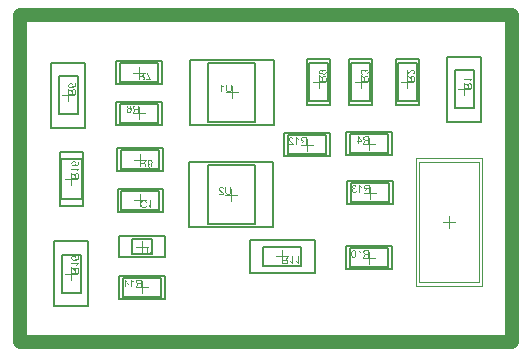
<source format=gm1>
G04*
G04 #@! TF.GenerationSoftware,Altium Limited,Altium Designer,21.5.1 (32)*
G04*
G04 Layer_Color=16711935*
%FSLAX43Y43*%
%MOMM*%
G71*
G04*
G04 #@! TF.SameCoordinates,A754A033-3592-4F6C-ACFC-670DDD80417B*
G04*
G04*
G04 #@! TF.FilePolarity,Positive*
G04*
G01*
G75*
%ADD12C,0.200*%
%ADD15C,1.200*%
%ADD16C,0.100*%
%ADD17C,0.050*%
G36*
X10338Y7452D02*
X10584D01*
X10600Y7453D01*
X10619Y7454D01*
X10637Y7456D01*
X10656Y7459D01*
X10672Y7461D01*
X10672D01*
X10674Y7462D01*
X10677D01*
X10681Y7464D01*
X10691Y7467D01*
X10704Y7472D01*
X10719Y7478D01*
X10734Y7486D01*
X10750Y7496D01*
X10765Y7508D01*
X10766Y7509D01*
X10767Y7509D01*
X10770Y7512D01*
X10773Y7515D01*
X10783Y7524D01*
X10794Y7537D01*
X10806Y7553D01*
X10819Y7571D01*
X10831Y7593D01*
X10841Y7617D01*
Y7618D01*
X10842Y7619D01*
X10844Y7623D01*
X10844Y7629D01*
X10847Y7635D01*
X10849Y7643D01*
X10851Y7651D01*
X10854Y7661D01*
X10856Y7671D01*
X10858Y7683D01*
X10863Y7709D01*
X10866Y7738D01*
X10867Y7769D01*
Y7770D01*
Y7772D01*
Y7777D01*
Y7781D01*
X10866Y7788D01*
Y7795D01*
X10865Y7813D01*
X10862Y7833D01*
X10859Y7854D01*
X10855Y7877D01*
X10849Y7899D01*
Y7900D01*
X10848Y7901D01*
X10847Y7904D01*
X10846Y7908D01*
X10843Y7918D01*
X10837Y7931D01*
X10832Y7946D01*
X10824Y7961D01*
X10815Y7976D01*
X10806Y7991D01*
X10805Y7993D01*
X10801Y7998D01*
X10795Y8004D01*
X10788Y8012D01*
X10780Y8022D01*
X10770Y8031D01*
X10759Y8041D01*
X10747Y8049D01*
X10746Y8050D01*
X10742Y8053D01*
X10735Y8057D01*
X10726Y8061D01*
X10715Y8067D01*
X10702Y8072D01*
X10687Y8077D01*
X10671Y8082D01*
X10669D01*
X10666Y8083D01*
X10663Y8084D01*
X10654Y8085D01*
X10641Y8086D01*
X10626Y8088D01*
X10609Y8090D01*
X10589Y8091D01*
X10568Y8092D01*
X10338D01*
Y7452D01*
D02*
G37*
G36*
X11168Y7592D02*
X11167Y7593D01*
X11163Y7596D01*
X11157Y7602D01*
X11148Y7608D01*
X11138Y7617D01*
X11125Y7626D01*
X11110Y7636D01*
X11093Y7646D01*
X11092D01*
X11091Y7647D01*
X11086Y7651D01*
X11077Y7656D01*
X11065Y7661D01*
X11052Y7668D01*
X11039Y7674D01*
X11025Y7681D01*
X11011Y7686D01*
Y7610D01*
X11012D01*
X11014Y7608D01*
X11017Y7607D01*
X11022Y7605D01*
X11028Y7602D01*
X11034Y7598D01*
X11050Y7589D01*
X11068Y7579D01*
X11087Y7566D01*
X11106Y7551D01*
X11126Y7535D01*
X11126Y7534D01*
X11127Y7534D01*
X11130Y7531D01*
X11134Y7528D01*
X11142Y7519D01*
X11153Y7508D01*
X11164Y7495D01*
X11176Y7480D01*
X11187Y7465D01*
X11196Y7449D01*
X11247D01*
Y8092D01*
X11168D01*
Y7592D01*
D02*
G37*
G36*
X4327Y21954D02*
X4320Y21954D01*
X4312Y21953D01*
X4302Y21951D01*
X4291Y21949D01*
X4267Y21943D01*
X4242Y21934D01*
X4229Y21929D01*
X4217Y21921D01*
X4204Y21914D01*
X4192Y21904D01*
X4192Y21904D01*
X4189Y21902D01*
X4185Y21898D01*
X4180Y21893D01*
X4175Y21887D01*
X4167Y21880D01*
X4161Y21870D01*
X4154Y21860D01*
X4146Y21849D01*
X4140Y21836D01*
X4133Y21822D01*
X4127Y21807D01*
X4122Y21792D01*
X4118Y21774D01*
X4116Y21756D01*
X4115Y21736D01*
Y21728D01*
X4116Y21721D01*
X4117Y21714D01*
X4118Y21706D01*
X4118Y21696D01*
X4121Y21685D01*
X4127Y21662D01*
X4135Y21639D01*
X4141Y21627D01*
X4147Y21615D01*
X4155Y21604D01*
X4163Y21593D01*
X4164Y21592D01*
X4165Y21590D01*
X4168Y21588D01*
X4172Y21585D01*
X4177Y21580D01*
X4182Y21575D01*
X4190Y21570D01*
X4198Y21565D01*
X4206Y21560D01*
X4216Y21554D01*
X4239Y21544D01*
X4265Y21536D01*
X4278Y21533D01*
X4293Y21531D01*
X4300Y21613D01*
X4299D01*
X4297D01*
X4294Y21614D01*
X4290Y21615D01*
X4279Y21618D01*
X4266Y21622D01*
X4252Y21627D01*
X4236Y21635D01*
X4222Y21644D01*
X4209Y21655D01*
X4208Y21657D01*
X4204Y21660D01*
X4200Y21668D01*
X4194Y21678D01*
X4189Y21689D01*
X4184Y21703D01*
X4180Y21719D01*
X4180Y21736D01*
Y21742D01*
X4180Y21745D01*
X4181Y21757D01*
X4185Y21770D01*
X4190Y21785D01*
X4197Y21801D01*
X4208Y21818D01*
X4215Y21825D01*
X4222Y21832D01*
X4223Y21833D01*
X4224Y21834D01*
X4227Y21836D01*
X4229Y21839D01*
X4240Y21845D01*
X4253Y21853D01*
X4268Y21859D01*
X4288Y21866D01*
X4311Y21870D01*
X4323Y21872D01*
X4336D01*
X4337D01*
X4339D01*
X4342D01*
X4347Y21871D01*
X4352D01*
X4359Y21870D01*
X4374Y21868D01*
X4391Y21863D01*
X4409Y21856D01*
X4425Y21847D01*
X4441Y21834D01*
X4442D01*
X4443Y21832D01*
X4448Y21828D01*
X4454Y21819D01*
X4462Y21808D01*
X4468Y21794D01*
X4474Y21777D01*
X4479Y21757D01*
X4481Y21746D01*
Y21729D01*
X4480Y21721D01*
X4479Y21712D01*
X4476Y21701D01*
X4474Y21690D01*
X4469Y21678D01*
X4463Y21666D01*
X4462Y21665D01*
X4461Y21661D01*
X4456Y21656D01*
X4451Y21648D01*
X4445Y21641D01*
X4437Y21634D01*
X4428Y21625D01*
X4418Y21619D01*
X4428Y21545D01*
X4757Y21607D01*
Y21925D01*
X4682D01*
Y21669D01*
X4510Y21635D01*
X4510Y21635D01*
X4511Y21637D01*
X4513Y21640D01*
X4516Y21645D01*
X4519Y21650D01*
X4523Y21657D01*
X4530Y21672D01*
X4537Y21690D01*
X4544Y21710D01*
X4548Y21733D01*
X4550Y21744D01*
Y21764D01*
X4549Y21770D01*
X4548Y21777D01*
X4547Y21785D01*
X4546Y21794D01*
X4543Y21805D01*
X4536Y21827D01*
X4532Y21839D01*
X4525Y21851D01*
X4519Y21863D01*
X4511Y21875D01*
X4502Y21886D01*
X4492Y21897D01*
X4491Y21898D01*
X4489Y21900D01*
X4486Y21903D01*
X4482Y21906D01*
X4475Y21911D01*
X4469Y21916D01*
X4461Y21921D01*
X4451Y21927D01*
X4441Y21931D01*
X4430Y21937D01*
X4417Y21941D01*
X4404Y21946D01*
X4390Y21950D01*
X4375Y21953D01*
X4359Y21954D01*
X4342Y21955D01*
X4341D01*
X4339D01*
X4334D01*
X4327Y21954D01*
D02*
G37*
G36*
X4126Y21376D02*
X4259Y21292D01*
X4260D01*
X4262Y21290D01*
X4265Y21288D01*
X4268Y21285D01*
X4278Y21279D01*
X4291Y21270D01*
X4305Y21260D01*
X4320Y21250D01*
X4334Y21240D01*
X4347Y21230D01*
X4348Y21230D01*
X4351Y21227D01*
X4357Y21222D01*
X4364Y21216D01*
X4377Y21202D01*
X4384Y21194D01*
X4389Y21187D01*
X4390Y21186D01*
X4391Y21184D01*
X4393Y21181D01*
X4396Y21175D01*
X4399Y21169D01*
X4401Y21163D01*
X4406Y21148D01*
Y21147D01*
X4407Y21145D01*
Y21142D01*
X4408Y21137D01*
X4409Y21131D01*
Y21123D01*
X4410Y21113D01*
Y21004D01*
X4126D01*
Y20919D01*
X4766D01*
Y21216D01*
X4765Y21223D01*
Y21231D01*
X4764Y21251D01*
X4761Y21271D01*
X4758Y21293D01*
X4754Y21314D01*
X4751Y21324D01*
X4748Y21332D01*
Y21333D01*
X4747Y21334D01*
X4744Y21340D01*
X4741Y21348D01*
X4734Y21358D01*
X4726Y21369D01*
X4715Y21381D01*
X4702Y21392D01*
X4687Y21403D01*
X4686D01*
X4685Y21404D01*
X4680Y21408D01*
X4670Y21412D01*
X4658Y21417D01*
X4645Y21422D01*
X4628Y21427D01*
X4610Y21429D01*
X4591Y21430D01*
X4590D01*
X4588D01*
X4584D01*
X4580Y21429D01*
X4573D01*
X4567Y21428D01*
X4551Y21425D01*
X4533Y21419D01*
X4513Y21412D01*
X4494Y21401D01*
X4485Y21393D01*
X4475Y21386D01*
X4474Y21385D01*
X4474Y21384D01*
X4471Y21381D01*
X4468Y21378D01*
X4464Y21373D01*
X4461Y21367D01*
X4456Y21360D01*
X4450Y21353D01*
X4446Y21343D01*
X4441Y21333D01*
X4436Y21322D01*
X4431Y21310D01*
X4427Y21296D01*
X4423Y21282D01*
X4420Y21267D01*
X4417Y21250D01*
X4416Y21252D01*
X4414Y21255D01*
X4411Y21261D01*
X4407Y21268D01*
X4397Y21285D01*
X4390Y21293D01*
X4385Y21301D01*
X4383Y21303D01*
X4378Y21307D01*
X4371Y21315D01*
X4362Y21324D01*
X4349Y21334D01*
X4335Y21346D01*
X4318Y21358D01*
X4300Y21371D01*
X4126Y21481D01*
Y21376D01*
D02*
G37*
G36*
X4571Y15335D02*
X4566D01*
X4551Y15332D01*
X4533Y15330D01*
X4515Y15325D01*
X4495Y15319D01*
X4475Y15309D01*
X4474D01*
X4473Y15308D01*
X4470Y15307D01*
X4467Y15305D01*
X4458Y15299D01*
X4446Y15291D01*
X4433Y15281D01*
X4420Y15269D01*
X4407Y15254D01*
X4396Y15238D01*
Y15237D01*
X4395Y15236D01*
X4393Y15234D01*
X4392Y15230D01*
X4387Y15221D01*
X4383Y15209D01*
X4377Y15193D01*
X4373Y15175D01*
X4370Y15156D01*
X4369Y15135D01*
Y15130D01*
X4370Y15125D01*
Y15118D01*
X4371Y15110D01*
X4372Y15100D01*
X4375Y15089D01*
X4378Y15078D01*
X4382Y15065D01*
X4386Y15052D01*
X4392Y15039D01*
X4399Y15025D01*
X4408Y15013D01*
X4417Y15000D01*
X4428Y14987D01*
X4441Y14975D01*
X4442Y14974D01*
X4445Y14972D01*
X4448Y14969D01*
X4455Y14965D01*
X4463Y14960D01*
X4472Y14955D01*
X4484Y14950D01*
X4497Y14944D01*
X4513Y14938D01*
X4531Y14932D01*
X4550Y14927D01*
X4571Y14923D01*
X4595Y14918D01*
X4621Y14915D01*
X4649Y14914D01*
X4679Y14913D01*
X4679D01*
X4680D01*
X4683D01*
X4687D01*
X4696Y14914D01*
X4709D01*
X4724Y14915D01*
X4741Y14916D01*
X4761Y14918D01*
X4782Y14921D01*
X4803Y14925D01*
X4826Y14929D01*
X4849Y14935D01*
X4871Y14941D01*
X4892Y14950D01*
X4912Y14959D01*
X4932Y14969D01*
X4948Y14981D01*
X4949Y14982D01*
X4951Y14984D01*
X4955Y14988D01*
X4961Y14992D01*
X4966Y14998D01*
X4972Y15005D01*
X4979Y15014D01*
X4985Y15024D01*
X4992Y15035D01*
X4999Y15047D01*
X5005Y15061D01*
X5011Y15074D01*
X5016Y15090D01*
X5020Y15107D01*
X5022Y15124D01*
X5022Y15143D01*
Y15150D01*
X5022Y15156D01*
Y15162D01*
X5021Y15170D01*
X5017Y15187D01*
X5012Y15207D01*
X5005Y15227D01*
X4994Y15247D01*
X4987Y15258D01*
X4980Y15267D01*
X4979Y15268D01*
X4978Y15269D01*
X4975Y15271D01*
X4973Y15274D01*
X4968Y15279D01*
X4962Y15283D01*
X4949Y15293D01*
X4933Y15303D01*
X4912Y15312D01*
X4889Y15320D01*
X4863Y15326D01*
X4857Y15247D01*
X4858D01*
X4859Y15246D01*
X4864Y15246D01*
X4873Y15243D01*
X4883Y15239D01*
X4894Y15235D01*
X4905Y15230D01*
X4915Y15223D01*
X4924Y15217D01*
X4925Y15215D01*
X4929Y15211D01*
X4935Y15205D01*
X4941Y15196D01*
X4947Y15184D01*
X4952Y15171D01*
X4956Y15155D01*
X4958Y15138D01*
Y15132D01*
X4957Y15124D01*
X4955Y15116D01*
X4952Y15105D01*
X4948Y15094D01*
X4944Y15083D01*
X4936Y15072D01*
X4936Y15070D01*
X4932Y15065D01*
X4925Y15059D01*
X4916Y15050D01*
X4905Y15041D01*
X4892Y15031D01*
X4875Y15022D01*
X4857Y15013D01*
X4856D01*
X4854Y15012D01*
X4851Y15011D01*
X4848Y15009D01*
X4842Y15008D01*
X4836Y15006D01*
X4828Y15004D01*
X4819Y15002D01*
X4809Y15000D01*
X4798Y14998D01*
X4786Y14996D01*
X4773Y14995D01*
X4758Y14993D01*
X4743Y14992D01*
X4727Y14991D01*
X4710D01*
X4711Y14992D01*
X4716Y14996D01*
X4724Y15002D01*
X4733Y15011D01*
X4744Y15020D01*
X4754Y15032D01*
X4765Y15045D01*
X4774Y15060D01*
Y15061D01*
X4775Y15062D01*
X4777Y15067D01*
X4780Y15075D01*
X4785Y15087D01*
X4789Y15099D01*
X4791Y15114D01*
X4794Y15130D01*
X4795Y15147D01*
Y15154D01*
X4794Y15160D01*
X4793Y15167D01*
X4792Y15174D01*
X4790Y15184D01*
X4788Y15193D01*
X4781Y15214D01*
X4777Y15225D01*
X4770Y15236D01*
X4764Y15247D01*
X4756Y15259D01*
X4747Y15271D01*
X4737Y15281D01*
X4736Y15282D01*
X4734Y15283D01*
X4731Y15286D01*
X4727Y15289D01*
X4720Y15294D01*
X4714Y15298D01*
X4705Y15303D01*
X4696Y15308D01*
X4686Y15314D01*
X4675Y15319D01*
X4662Y15323D01*
X4649Y15328D01*
X4635Y15331D01*
X4619Y15333D01*
X4604Y15335D01*
X4587Y15336D01*
X4586D01*
X4584D01*
X4581D01*
X4577D01*
X4571Y15335D01*
D02*
G37*
G36*
X4380Y14636D02*
X4880D01*
X4879Y14635D01*
X4875Y14631D01*
X4870Y14625D01*
X4863Y14616D01*
X4855Y14606D01*
X4846Y14593D01*
X4836Y14578D01*
X4826Y14561D01*
Y14560D01*
X4825Y14560D01*
X4821Y14554D01*
X4816Y14545D01*
X4811Y14534D01*
X4804Y14521D01*
X4798Y14507D01*
X4791Y14493D01*
X4786Y14479D01*
X4862D01*
Y14480D01*
X4863Y14482D01*
X4864Y14486D01*
X4867Y14490D01*
X4870Y14496D01*
X4874Y14502D01*
X4883Y14518D01*
X4893Y14536D01*
X4906Y14555D01*
X4921Y14574D01*
X4936Y14594D01*
X4937Y14595D01*
X4938Y14596D01*
X4941Y14598D01*
X4944Y14602D01*
X4953Y14610D01*
X4964Y14621D01*
X4977Y14633D01*
X4992Y14645D01*
X5007Y14655D01*
X5022Y14664D01*
Y14715D01*
X4380D01*
Y14636D01*
D02*
G37*
G36*
Y14264D02*
X4513Y14180D01*
X4514D01*
X4516Y14178D01*
X4519Y14176D01*
X4522Y14173D01*
X4532Y14167D01*
X4545Y14158D01*
X4559Y14148D01*
X4574Y14138D01*
X4588Y14128D01*
X4601Y14118D01*
X4602Y14118D01*
X4605Y14115D01*
X4611Y14110D01*
X4617Y14104D01*
X4631Y14090D01*
X4638Y14082D01*
X4643Y14075D01*
X4644Y14074D01*
X4645Y14072D01*
X4647Y14069D01*
X4650Y14063D01*
X4653Y14057D01*
X4655Y14051D01*
X4660Y14036D01*
Y14035D01*
X4661Y14033D01*
Y14030D01*
X4662Y14025D01*
X4663Y14019D01*
Y14011D01*
X4664Y14001D01*
Y13892D01*
X4380D01*
Y13807D01*
X5020D01*
Y14104D01*
X5019Y14111D01*
Y14119D01*
X5018Y14139D01*
X5015Y14159D01*
X5012Y14181D01*
X5008Y14202D01*
X5005Y14212D01*
X5002Y14220D01*
Y14221D01*
X5001Y14222D01*
X4998Y14228D01*
X4995Y14236D01*
X4988Y14246D01*
X4980Y14257D01*
X4969Y14269D01*
X4956Y14280D01*
X4941Y14291D01*
X4940D01*
X4939Y14292D01*
X4934Y14296D01*
X4924Y14300D01*
X4912Y14305D01*
X4899Y14310D01*
X4882Y14314D01*
X4864Y14317D01*
X4845Y14318D01*
X4844D01*
X4842D01*
X4838D01*
X4834Y14317D01*
X4827D01*
X4821Y14316D01*
X4805Y14313D01*
X4787Y14307D01*
X4767Y14300D01*
X4748Y14289D01*
X4739Y14281D01*
X4729Y14274D01*
X4728Y14273D01*
X4728Y14272D01*
X4725Y14269D01*
X4722Y14266D01*
X4718Y14261D01*
X4715Y14255D01*
X4710Y14248D01*
X4704Y14241D01*
X4700Y14231D01*
X4695Y14221D01*
X4690Y14210D01*
X4685Y14198D01*
X4681Y14184D01*
X4677Y14170D01*
X4674Y14155D01*
X4671Y14138D01*
X4670Y14140D01*
X4668Y14143D01*
X4665Y14149D01*
X4661Y14156D01*
X4651Y14173D01*
X4644Y14181D01*
X4639Y14189D01*
X4637Y14191D01*
X4632Y14195D01*
X4625Y14203D01*
X4616Y14212D01*
X4603Y14222D01*
X4589Y14234D01*
X4572Y14246D01*
X4554Y14259D01*
X4380Y14369D01*
Y14264D01*
D02*
G37*
G36*
X4581Y7339D02*
X4574Y7338D01*
X4566Y7337D01*
X4556Y7335D01*
X4545Y7333D01*
X4521Y7328D01*
X4496Y7319D01*
X4483Y7313D01*
X4471Y7306D01*
X4458Y7298D01*
X4446Y7289D01*
X4446Y7288D01*
X4443Y7286D01*
X4439Y7282D01*
X4434Y7278D01*
X4429Y7271D01*
X4421Y7264D01*
X4415Y7255D01*
X4408Y7245D01*
X4400Y7233D01*
X4394Y7220D01*
X4387Y7207D01*
X4381Y7192D01*
X4376Y7176D01*
X4372Y7159D01*
X4370Y7140D01*
X4369Y7121D01*
Y7112D01*
X4370Y7106D01*
X4371Y7098D01*
X4372Y7090D01*
X4372Y7080D01*
X4375Y7070D01*
X4381Y7047D01*
X4389Y7024D01*
X4395Y7012D01*
X4401Y7000D01*
X4409Y6988D01*
X4417Y6977D01*
X4418Y6976D01*
X4419Y6975D01*
X4422Y6973D01*
X4426Y6969D01*
X4431Y6964D01*
X4436Y6960D01*
X4444Y6954D01*
X4452Y6950D01*
X4460Y6944D01*
X4470Y6939D01*
X4493Y6928D01*
X4519Y6920D01*
X4532Y6917D01*
X4547Y6915D01*
X4554Y6998D01*
X4553D01*
X4551D01*
X4548Y6999D01*
X4544Y7000D01*
X4533Y7002D01*
X4519Y7006D01*
X4506Y7012D01*
X4490Y7019D01*
X4476Y7028D01*
X4463Y7039D01*
X4462Y7041D01*
X4458Y7045D01*
X4454Y7052D01*
X4448Y7062D01*
X4443Y7073D01*
X4438Y7087D01*
X4434Y7103D01*
X4434Y7121D01*
Y7126D01*
X4434Y7130D01*
X4435Y7141D01*
X4439Y7154D01*
X4444Y7170D01*
X4451Y7185D01*
X4462Y7202D01*
X4469Y7209D01*
X4476Y7217D01*
X4477Y7218D01*
X4478Y7219D01*
X4481Y7220D01*
X4483Y7223D01*
X4494Y7230D01*
X4507Y7237D01*
X4522Y7244D01*
X4542Y7250D01*
X4565Y7255D01*
X4577Y7257D01*
X4590D01*
X4591D01*
X4593D01*
X4596D01*
X4601Y7256D01*
X4606D01*
X4613Y7255D01*
X4628Y7252D01*
X4645Y7247D01*
X4663Y7241D01*
X4679Y7232D01*
X4695Y7219D01*
X4696D01*
X4697Y7217D01*
X4702Y7212D01*
X4708Y7204D01*
X4715Y7193D01*
X4722Y7178D01*
X4728Y7161D01*
X4733Y7142D01*
X4735Y7131D01*
Y7113D01*
X4734Y7106D01*
X4733Y7097D01*
X4730Y7086D01*
X4728Y7074D01*
X4723Y7062D01*
X4717Y7050D01*
X4716Y7049D01*
X4715Y7046D01*
X4710Y7040D01*
X4705Y7033D01*
X4699Y7025D01*
X4691Y7018D01*
X4682Y7010D01*
X4672Y7003D01*
X4682Y6929D01*
X5011Y6991D01*
Y7309D01*
X4936D01*
Y7053D01*
X4764Y7019D01*
X4765Y7020D01*
X4765Y7022D01*
X4767Y7024D01*
X4770Y7029D01*
X4773Y7035D01*
X4777Y7041D01*
X4784Y7056D01*
X4791Y7074D01*
X4798Y7095D01*
X4802Y7117D01*
X4804Y7128D01*
Y7148D01*
X4803Y7154D01*
X4802Y7161D01*
X4801Y7170D01*
X4800Y7179D01*
X4797Y7189D01*
X4790Y7211D01*
X4786Y7223D01*
X4779Y7235D01*
X4773Y7247D01*
X4765Y7259D01*
X4756Y7270D01*
X4746Y7282D01*
X4745Y7282D01*
X4743Y7284D01*
X4740Y7287D01*
X4736Y7291D01*
X4729Y7295D01*
X4723Y7300D01*
X4715Y7306D01*
X4705Y7311D01*
X4695Y7316D01*
X4684Y7321D01*
X4671Y7326D01*
X4658Y7331D01*
X4644Y7334D01*
X4629Y7337D01*
X4613Y7339D01*
X4596Y7340D01*
X4595D01*
X4593D01*
X4588D01*
X4581Y7339D01*
D02*
G37*
G36*
X4380Y6635D02*
X4880D01*
X4879Y6634D01*
X4875Y6630D01*
X4870Y6624D01*
X4863Y6615D01*
X4855Y6605D01*
X4846Y6592D01*
X4836Y6577D01*
X4826Y6560D01*
Y6559D01*
X4825Y6559D01*
X4821Y6553D01*
X4816Y6544D01*
X4811Y6533D01*
X4804Y6520D01*
X4798Y6506D01*
X4791Y6492D01*
X4786Y6478D01*
X4862D01*
Y6479D01*
X4863Y6481D01*
X4864Y6485D01*
X4867Y6489D01*
X4870Y6495D01*
X4874Y6501D01*
X4883Y6517D01*
X4893Y6535D01*
X4906Y6554D01*
X4921Y6573D01*
X4936Y6593D01*
X4937Y6594D01*
X4938Y6595D01*
X4941Y6597D01*
X4944Y6601D01*
X4953Y6609D01*
X4964Y6620D01*
X4977Y6632D01*
X4992Y6644D01*
X5007Y6654D01*
X5022Y6663D01*
Y6714D01*
X4380D01*
Y6635D01*
D02*
G37*
G36*
Y6263D02*
X4513Y6179D01*
X4514D01*
X4516Y6177D01*
X4519Y6175D01*
X4522Y6172D01*
X4532Y6166D01*
X4545Y6157D01*
X4559Y6147D01*
X4574Y6137D01*
X4588Y6127D01*
X4601Y6117D01*
X4602Y6117D01*
X4605Y6114D01*
X4611Y6109D01*
X4617Y6103D01*
X4631Y6089D01*
X4638Y6081D01*
X4643Y6074D01*
X4644Y6073D01*
X4645Y6071D01*
X4647Y6068D01*
X4650Y6062D01*
X4653Y6056D01*
X4655Y6050D01*
X4660Y6035D01*
Y6034D01*
X4661Y6032D01*
Y6029D01*
X4662Y6024D01*
X4663Y6018D01*
Y6010D01*
X4664Y6000D01*
Y5891D01*
X4380D01*
Y5806D01*
X5020D01*
Y6103D01*
X5019Y6110D01*
Y6118D01*
X5018Y6138D01*
X5015Y6158D01*
X5012Y6180D01*
X5008Y6201D01*
X5005Y6211D01*
X5002Y6219D01*
Y6220D01*
X5001Y6221D01*
X4998Y6227D01*
X4995Y6235D01*
X4988Y6245D01*
X4980Y6256D01*
X4969Y6268D01*
X4956Y6279D01*
X4941Y6290D01*
X4940D01*
X4939Y6291D01*
X4934Y6295D01*
X4924Y6299D01*
X4912Y6304D01*
X4899Y6309D01*
X4882Y6313D01*
X4864Y6316D01*
X4845Y6317D01*
X4844D01*
X4842D01*
X4838D01*
X4834Y6316D01*
X4827D01*
X4821Y6315D01*
X4805Y6312D01*
X4787Y6306D01*
X4767Y6299D01*
X4748Y6288D01*
X4739Y6280D01*
X4729Y6273D01*
X4728Y6272D01*
X4728Y6271D01*
X4725Y6268D01*
X4722Y6265D01*
X4718Y6260D01*
X4715Y6254D01*
X4710Y6247D01*
X4704Y6240D01*
X4700Y6230D01*
X4695Y6220D01*
X4690Y6209D01*
X4685Y6197D01*
X4681Y6183D01*
X4677Y6169D01*
X4674Y6154D01*
X4671Y6137D01*
X4670Y6139D01*
X4668Y6142D01*
X4665Y6148D01*
X4661Y6155D01*
X4651Y6172D01*
X4644Y6180D01*
X4639Y6188D01*
X4637Y6190D01*
X4632Y6194D01*
X4625Y6202D01*
X4616Y6211D01*
X4603Y6221D01*
X4589Y6233D01*
X4572Y6245D01*
X4554Y6258D01*
X4380Y6368D01*
Y6263D01*
D02*
G37*
G36*
X17404Y12767D02*
Y12766D01*
Y12763D01*
Y12758D01*
Y12751D01*
X17405Y12743D01*
Y12734D01*
X17406Y12723D01*
X17407Y12712D01*
X17410Y12687D01*
X17413Y12661D01*
X17419Y12636D01*
X17423Y12624D01*
X17426Y12613D01*
Y12612D01*
X17427Y12610D01*
X17429Y12607D01*
X17431Y12604D01*
X17436Y12593D01*
X17445Y12580D01*
X17456Y12566D01*
X17469Y12551D01*
X17485Y12535D01*
X17506Y12521D01*
X17507D01*
X17509Y12519D01*
X17511Y12518D01*
X17516Y12516D01*
X17521Y12513D01*
X17529Y12510D01*
X17536Y12507D01*
X17546Y12504D01*
X17556Y12500D01*
X17567Y12497D01*
X17579Y12494D01*
X17593Y12492D01*
X17607Y12490D01*
X17621Y12488D01*
X17655Y12486D01*
X17663D01*
X17669Y12487D01*
X17677D01*
X17686Y12488D01*
X17696Y12489D01*
X17706Y12490D01*
X17729Y12494D01*
X17754Y12499D01*
X17778Y12506D01*
X17802Y12517D01*
X17803D01*
X17804Y12518D01*
X17807Y12520D01*
X17811Y12522D01*
X17821Y12530D01*
X17833Y12540D01*
X17847Y12553D01*
X17860Y12567D01*
X17873Y12586D01*
X17883Y12606D01*
Y12607D01*
X17884Y12609D01*
X17885Y12613D01*
X17887Y12617D01*
X17889Y12623D01*
X17890Y12630D01*
X17893Y12639D01*
X17895Y12649D01*
X17897Y12660D01*
X17900Y12672D01*
X17901Y12685D01*
X17903Y12699D01*
X17905Y12714D01*
X17906Y12731D01*
X17907Y12749D01*
Y12767D01*
Y13137D01*
X17822D01*
Y12767D01*
Y12766D01*
Y12763D01*
Y12759D01*
Y12753D01*
X17821Y12747D01*
Y12739D01*
X17820Y12721D01*
X17818Y12701D01*
X17815Y12680D01*
X17812Y12661D01*
X17810Y12653D01*
X17807Y12644D01*
X17806Y12642D01*
X17804Y12638D01*
X17800Y12631D01*
X17794Y12622D01*
X17788Y12613D01*
X17778Y12603D01*
X17767Y12592D01*
X17754Y12584D01*
X17753Y12583D01*
X17748Y12580D01*
X17740Y12578D01*
X17729Y12574D01*
X17716Y12569D01*
X17699Y12567D01*
X17681Y12564D01*
X17662Y12563D01*
X17653D01*
X17647Y12564D01*
X17639D01*
X17631Y12565D01*
X17610Y12568D01*
X17588Y12573D01*
X17567Y12580D01*
X17546Y12591D01*
X17537Y12597D01*
X17529Y12604D01*
X17528Y12605D01*
X17527Y12606D01*
X17525Y12609D01*
X17522Y12613D01*
X17520Y12618D01*
X17516Y12624D01*
X17512Y12632D01*
X17509Y12641D01*
X17505Y12651D01*
X17502Y12663D01*
X17498Y12677D01*
X17496Y12691D01*
X17493Y12708D01*
X17491Y12726D01*
X17489Y12746D01*
Y12767D01*
Y13137D01*
X17404D01*
Y12767D01*
D02*
G37*
G36*
X17068Y13139D02*
X17060Y13138D01*
X17051Y13137D01*
X17041Y13135D01*
X17031Y13133D01*
X17006Y13127D01*
X16982Y13118D01*
X16970Y13112D01*
X16958Y13106D01*
X16947Y13097D01*
X16937Y13088D01*
X16936Y13087D01*
X16934Y13086D01*
X16933Y13082D01*
X16929Y13079D01*
X16924Y13074D01*
X16920Y13068D01*
X16915Y13061D01*
X16909Y13053D01*
X16900Y13035D01*
X16891Y13013D01*
X16887Y13002D01*
X16885Y12989D01*
X16884Y12976D01*
X16883Y12962D01*
Y12960D01*
Y12956D01*
X16884Y12948D01*
X16884Y12938D01*
X16886Y12927D01*
X16890Y12914D01*
X16894Y12900D01*
X16899Y12886D01*
X16900Y12885D01*
X16902Y12880D01*
X16906Y12873D01*
X16911Y12862D01*
X16919Y12851D01*
X16928Y12837D01*
X16939Y12824D01*
X16952Y12808D01*
X16954Y12806D01*
X16958Y12800D01*
X16963Y12796D01*
X16968Y12791D01*
X16973Y12786D01*
X16981Y12778D01*
X16988Y12771D01*
X16997Y12763D01*
X17006Y12753D01*
X17018Y12743D01*
X17030Y12733D01*
X17043Y12721D01*
X17057Y12709D01*
X17072Y12696D01*
X17073Y12695D01*
X17075Y12693D01*
X17079Y12690D01*
X17083Y12687D01*
X17089Y12681D01*
X17095Y12676D01*
X17110Y12664D01*
X17126Y12650D01*
X17141Y12636D01*
X17153Y12624D01*
X17159Y12619D01*
X17164Y12615D01*
X17165Y12614D01*
X17167Y12611D01*
X17171Y12607D01*
X17176Y12602D01*
X17180Y12595D01*
X17186Y12589D01*
X17197Y12573D01*
X16882D01*
Y12497D01*
X17306D01*
Y12498D01*
Y12502D01*
Y12507D01*
X17305Y12515D01*
X17304Y12523D01*
X17302Y12532D01*
X17301Y12542D01*
X17297Y12552D01*
Y12553D01*
X17296Y12554D01*
X17294Y12559D01*
X17290Y12567D01*
X17285Y12579D01*
X17277Y12592D01*
X17268Y12606D01*
X17258Y12621D01*
X17245Y12637D01*
Y12638D01*
X17243Y12639D01*
X17239Y12644D01*
X17230Y12653D01*
X17218Y12665D01*
X17204Y12678D01*
X17187Y12695D01*
X17166Y12714D01*
X17142Y12733D01*
X17141Y12734D01*
X17138Y12737D01*
X17132Y12741D01*
X17126Y12747D01*
X17117Y12754D01*
X17107Y12763D01*
X17097Y12772D01*
X17085Y12782D01*
X17062Y12804D01*
X17039Y12826D01*
X17028Y12837D01*
X17018Y12849D01*
X17008Y12859D01*
X17001Y12869D01*
Y12870D01*
X16999Y12871D01*
X16997Y12874D01*
X16995Y12877D01*
X16989Y12887D01*
X16982Y12899D01*
X16975Y12914D01*
X16969Y12930D01*
X16965Y12947D01*
X16963Y12964D01*
Y12965D01*
Y12966D01*
X16964Y12972D01*
X16965Y12981D01*
X16968Y12991D01*
X16971Y13004D01*
X16978Y13017D01*
X16986Y13030D01*
X16997Y13043D01*
X16999Y13045D01*
X17004Y13048D01*
X17010Y13053D01*
X17020Y13059D01*
X17033Y13065D01*
X17048Y13070D01*
X17066Y13074D01*
X17085Y13075D01*
X17091D01*
X17094Y13074D01*
X17105Y13073D01*
X17118Y13070D01*
X17132Y13067D01*
X17148Y13060D01*
X17163Y13052D01*
X17177Y13041D01*
X17178Y13039D01*
X17182Y13034D01*
X17188Y13027D01*
X17193Y13016D01*
X17200Y13003D01*
X17205Y12986D01*
X17209Y12968D01*
X17211Y12947D01*
X17291Y12955D01*
Y12956D01*
X17290Y12959D01*
Y12963D01*
X17289Y12970D01*
X17288Y12977D01*
X17286Y12985D01*
X17283Y12996D01*
X17280Y13006D01*
X17273Y13028D01*
X17262Y13050D01*
X17255Y13061D01*
X17247Y13072D01*
X17239Y13082D01*
X17229Y13092D01*
X17228Y13093D01*
X17227Y13094D01*
X17224Y13096D01*
X17219Y13099D01*
X17214Y13103D01*
X17207Y13106D01*
X17200Y13111D01*
X17190Y13116D01*
X17180Y13120D01*
X17169Y13125D01*
X17157Y13129D01*
X17144Y13132D01*
X17130Y13135D01*
X17116Y13138D01*
X17100Y13139D01*
X17083Y13140D01*
X17074D01*
X17068Y13139D01*
D02*
G37*
G36*
X17455Y21454D02*
Y21453D01*
Y21449D01*
Y21445D01*
Y21438D01*
X17456Y21430D01*
Y21421D01*
X17457Y21410D01*
X17458Y21399D01*
X17460Y21374D01*
X17464Y21348D01*
X17470Y21323D01*
X17473Y21311D01*
X17477Y21300D01*
Y21299D01*
X17478Y21297D01*
X17480Y21294D01*
X17482Y21290D01*
X17487Y21280D01*
X17496Y21267D01*
X17507Y21252D01*
X17520Y21238D01*
X17536Y21222D01*
X17557Y21208D01*
X17557D01*
X17559Y21206D01*
X17562Y21205D01*
X17567Y21203D01*
X17572Y21200D01*
X17580Y21197D01*
X17587Y21194D01*
X17596Y21190D01*
X17606Y21187D01*
X17618Y21184D01*
X17630Y21181D01*
X17643Y21178D01*
X17657Y21177D01*
X17672Y21175D01*
X17705Y21173D01*
X17714D01*
X17720Y21174D01*
X17728D01*
X17737Y21175D01*
X17747Y21176D01*
X17757Y21177D01*
X17780Y21180D01*
X17805Y21186D01*
X17829Y21193D01*
X17852Y21203D01*
X17853D01*
X17855Y21205D01*
X17858Y21207D01*
X17862Y21209D01*
X17872Y21216D01*
X17884Y21227D01*
X17898Y21239D01*
X17911Y21254D01*
X17924Y21273D01*
X17934Y21293D01*
Y21294D01*
X17935Y21296D01*
X17936Y21300D01*
X17937Y21304D01*
X17939Y21310D01*
X17941Y21317D01*
X17944Y21325D01*
X17946Y21336D01*
X17948Y21347D01*
X17950Y21359D01*
X17952Y21372D01*
X17954Y21386D01*
X17956Y21401D01*
X17957Y21418D01*
X17958Y21435D01*
Y21454D01*
Y21824D01*
X17873D01*
Y21454D01*
Y21453D01*
Y21450D01*
Y21446D01*
Y21440D01*
X17872Y21434D01*
Y21425D01*
X17871Y21408D01*
X17869Y21387D01*
X17866Y21367D01*
X17863Y21348D01*
X17861Y21339D01*
X17858Y21331D01*
X17857Y21329D01*
X17855Y21325D01*
X17851Y21318D01*
X17845Y21309D01*
X17839Y21300D01*
X17829Y21289D01*
X17818Y21279D01*
X17805Y21271D01*
X17803Y21270D01*
X17799Y21267D01*
X17790Y21264D01*
X17779Y21261D01*
X17766Y21256D01*
X17750Y21253D01*
X17732Y21251D01*
X17713Y21250D01*
X17704D01*
X17698Y21251D01*
X17690D01*
X17681Y21252D01*
X17661Y21255D01*
X17639Y21260D01*
X17618Y21267D01*
X17597Y21277D01*
X17588Y21284D01*
X17580Y21291D01*
X17579Y21292D01*
X17578Y21293D01*
X17576Y21296D01*
X17573Y21300D01*
X17570Y21305D01*
X17567Y21311D01*
X17563Y21319D01*
X17559Y21327D01*
X17556Y21337D01*
X17553Y21350D01*
X17549Y21363D01*
X17546Y21378D01*
X17544Y21395D01*
X17542Y21412D01*
X17540Y21433D01*
Y21454D01*
Y21824D01*
X17455D01*
Y21454D01*
D02*
G37*
G36*
X17050Y21184D02*
X17128D01*
Y21684D01*
X17129Y21683D01*
X17134Y21680D01*
X17140Y21674D01*
X17149Y21668D01*
X17159Y21659D01*
X17172Y21650D01*
X17187Y21640D01*
X17203Y21630D01*
X17204D01*
X17205Y21629D01*
X17211Y21625D01*
X17220Y21620D01*
X17231Y21615D01*
X17244Y21608D01*
X17258Y21602D01*
X17272Y21595D01*
X17286Y21590D01*
Y21666D01*
X17285D01*
X17283Y21668D01*
X17279Y21668D01*
X17275Y21671D01*
X17269Y21674D01*
X17263Y21678D01*
X17247Y21687D01*
X17228Y21697D01*
X17210Y21710D01*
X17190Y21725D01*
X17171Y21741D01*
X17170Y21742D01*
X17169Y21742D01*
X17166Y21745D01*
X17163Y21748D01*
X17154Y21757D01*
X17143Y21768D01*
X17132Y21781D01*
X17120Y21796D01*
X17110Y21811D01*
X17101Y21827D01*
X17050D01*
Y21184D01*
D02*
G37*
G36*
X8898Y4889D02*
X8811D01*
Y4816D01*
X8898D01*
Y4663D01*
X8977D01*
Y4816D01*
X9255D01*
Y4889D01*
X8962Y5303D01*
X8898D01*
Y4889D01*
D02*
G37*
G36*
X9430Y4663D02*
X9508D01*
Y5163D01*
X9509Y5162D01*
X9514Y5158D01*
X9520Y5153D01*
X9529Y5146D01*
X9539Y5138D01*
X9552Y5129D01*
X9567Y5119D01*
X9583Y5109D01*
X9584D01*
X9585Y5108D01*
X9591Y5104D01*
X9600Y5099D01*
X9611Y5094D01*
X9624Y5087D01*
X9638Y5081D01*
X9652Y5074D01*
X9666Y5069D01*
Y5145D01*
X9665D01*
X9663Y5146D01*
X9659Y5147D01*
X9655Y5150D01*
X9649Y5153D01*
X9643Y5157D01*
X9627Y5166D01*
X9608Y5176D01*
X9590Y5189D01*
X9570Y5204D01*
X9551Y5220D01*
X9550Y5220D01*
X9549Y5221D01*
X9546Y5224D01*
X9543Y5227D01*
X9534Y5236D01*
X9523Y5247D01*
X9512Y5260D01*
X9500Y5275D01*
X9490Y5290D01*
X9481Y5305D01*
X9430D01*
Y4663D01*
D02*
G37*
G36*
X10034Y5302D02*
X10025D01*
X10006Y5301D01*
X9986Y5298D01*
X9963Y5295D01*
X9943Y5291D01*
X9933Y5288D01*
X9925Y5285D01*
X9924D01*
X9923Y5284D01*
X9917Y5281D01*
X9909Y5278D01*
X9899Y5271D01*
X9888Y5263D01*
X9876Y5252D01*
X9864Y5239D01*
X9853Y5224D01*
Y5223D01*
X9852Y5222D01*
X9849Y5217D01*
X9845Y5207D01*
X9839Y5195D01*
X9835Y5182D01*
X9830Y5165D01*
X9827Y5147D01*
X9827Y5128D01*
Y5127D01*
Y5125D01*
Y5122D01*
X9827Y5117D01*
Y5110D01*
X9828Y5104D01*
X9832Y5088D01*
X9838Y5070D01*
X9845Y5050D01*
X9856Y5031D01*
X9864Y5022D01*
X9871Y5012D01*
X9872Y5011D01*
X9873Y5011D01*
X9876Y5008D01*
X9879Y5005D01*
X9884Y5001D01*
X9889Y4998D01*
X9897Y4993D01*
X9904Y4987D01*
X9913Y4983D01*
X9924Y4978D01*
X9935Y4973D01*
X9947Y4968D01*
X9961Y4964D01*
X9974Y4960D01*
X9990Y4957D01*
X10007Y4954D01*
X10005Y4953D01*
X10001Y4951D01*
X9996Y4948D01*
X9988Y4944D01*
X9972Y4934D01*
X9963Y4927D01*
X9956Y4922D01*
X9954Y4920D01*
X9950Y4915D01*
X9942Y4908D01*
X9933Y4899D01*
X9923Y4886D01*
X9911Y4872D01*
X9899Y4855D01*
X9886Y4837D01*
X9776Y4663D01*
X9881D01*
X9965Y4796D01*
Y4797D01*
X9967Y4799D01*
X9969Y4802D01*
X9972Y4805D01*
X9978Y4815D01*
X9986Y4828D01*
X9997Y4842D01*
X10007Y4857D01*
X10017Y4871D01*
X10026Y4884D01*
X10027Y4885D01*
X10030Y4889D01*
X10035Y4894D01*
X10041Y4901D01*
X10055Y4914D01*
X10062Y4921D01*
X10070Y4926D01*
X10071Y4927D01*
X10072Y4928D01*
X10076Y4930D01*
X10082Y4933D01*
X10087Y4936D01*
X10094Y4938D01*
X10109Y4943D01*
X10109D01*
X10111Y4944D01*
X10115D01*
X10120Y4945D01*
X10126Y4946D01*
X10133D01*
X10144Y4947D01*
X10253D01*
Y4663D01*
X10338D01*
Y5303D01*
X10041D01*
X10034Y5302D01*
D02*
G37*
G36*
X28312Y13317D02*
X28300Y13315D01*
X28285Y13312D01*
X28269Y13307D01*
X28252Y13302D01*
X28236Y13294D01*
X28235D01*
X28234Y13294D01*
X28228Y13291D01*
X28220Y13285D01*
X28211Y13279D01*
X28199Y13270D01*
X28188Y13259D01*
X28177Y13247D01*
X28168Y13233D01*
X28167Y13232D01*
X28164Y13227D01*
X28161Y13219D01*
X28156Y13208D01*
X28151Y13196D01*
X28148Y13183D01*
X28145Y13167D01*
X28144Y13151D01*
Y13149D01*
Y13144D01*
X28145Y13136D01*
X28147Y13126D01*
X28150Y13114D01*
X28154Y13101D01*
X28160Y13088D01*
X28167Y13075D01*
X28168Y13073D01*
X28171Y13070D01*
X28176Y13063D01*
X28184Y13056D01*
X28193Y13048D01*
X28204Y13038D01*
X28217Y13030D01*
X28233Y13022D01*
X28232D01*
X28230Y13021D01*
X28227Y13020D01*
X28224Y13019D01*
X28213Y13015D01*
X28200Y13010D01*
X28186Y13002D01*
X28171Y12993D01*
X28157Y12981D01*
X28144Y12967D01*
X28143Y12965D01*
X28139Y12960D01*
X28134Y12951D01*
X28128Y12939D01*
X28123Y12924D01*
X28117Y12906D01*
X28114Y12886D01*
X28113Y12864D01*
Y12863D01*
Y12860D01*
Y12855D01*
X28114Y12850D01*
X28114Y12842D01*
X28116Y12834D01*
X28118Y12825D01*
X28120Y12815D01*
X28127Y12792D01*
X28133Y12780D01*
X28138Y12769D01*
X28146Y12757D01*
X28154Y12745D01*
X28163Y12733D01*
X28175Y12722D01*
X28175Y12721D01*
X28177Y12719D01*
X28181Y12717D01*
X28186Y12713D01*
X28191Y12708D01*
X28199Y12704D01*
X28207Y12698D01*
X28217Y12694D01*
X28227Y12688D01*
X28239Y12682D01*
X28251Y12678D01*
X28265Y12673D01*
X28280Y12669D01*
X28296Y12667D01*
X28311Y12665D01*
X28329Y12664D01*
X28337D01*
X28343Y12665D01*
X28350Y12666D01*
X28359Y12667D01*
X28368Y12669D01*
X28378Y12670D01*
X28400Y12676D01*
X28423Y12685D01*
X28435Y12691D01*
X28446Y12697D01*
X28457Y12706D01*
X28469Y12714D01*
X28469Y12715D01*
X28471Y12717D01*
X28474Y12719D01*
X28477Y12723D01*
X28481Y12728D01*
X28486Y12734D01*
X28492Y12741D01*
X28497Y12749D01*
X28503Y12758D01*
X28508Y12767D01*
X28518Y12790D01*
X28527Y12816D01*
X28530Y12829D01*
X28531Y12844D01*
X28453Y12854D01*
Y12853D01*
X28452Y12852D01*
X28451Y12848D01*
X28450Y12843D01*
X28449Y12838D01*
X28447Y12831D01*
X28443Y12817D01*
X28436Y12801D01*
X28428Y12785D01*
X28419Y12770D01*
X28408Y12757D01*
X28406Y12756D01*
X28402Y12753D01*
X28395Y12748D01*
X28385Y12743D01*
X28374Y12738D01*
X28360Y12733D01*
X28345Y12730D01*
X28328Y12729D01*
X28322D01*
X28319Y12730D01*
X28309Y12730D01*
X28296Y12733D01*
X28281Y12738D01*
X28265Y12744D01*
X28249Y12754D01*
X28235Y12767D01*
X28233Y12768D01*
X28228Y12774D01*
X28223Y12782D01*
X28215Y12793D01*
X28208Y12807D01*
X28202Y12823D01*
X28198Y12841D01*
X28196Y12862D01*
Y12863D01*
Y12865D01*
Y12867D01*
X28197Y12871D01*
X28198Y12881D01*
X28200Y12893D01*
X28204Y12908D01*
X28211Y12923D01*
X28220Y12938D01*
X28232Y12951D01*
X28234Y12953D01*
X28238Y12957D01*
X28246Y12963D01*
X28256Y12969D01*
X28269Y12976D01*
X28285Y12981D01*
X28302Y12985D01*
X28322Y12987D01*
X28330D01*
X28336Y12986D01*
X28345Y12985D01*
X28354Y12983D01*
X28365Y12981D01*
X28377Y12978D01*
X28368Y13048D01*
X28363D01*
X28359Y13047D01*
X28347D01*
X28337Y13049D01*
X28325Y13050D01*
X28311Y13053D01*
X28296Y13058D01*
X28281Y13064D01*
X28265Y13073D01*
X28264D01*
X28263Y13073D01*
X28259Y13077D01*
X28252Y13084D01*
X28245Y13092D01*
X28237Y13104D01*
X28231Y13118D01*
X28226Y13134D01*
X28224Y13143D01*
Y13153D01*
Y13154D01*
Y13155D01*
Y13160D01*
X28226Y13168D01*
X28228Y13178D01*
X28232Y13189D01*
X28236Y13201D01*
X28244Y13213D01*
X28254Y13224D01*
X28255Y13225D01*
X28260Y13229D01*
X28266Y13233D01*
X28274Y13239D01*
X28285Y13244D01*
X28298Y13248D01*
X28313Y13252D01*
X28330Y13253D01*
X28337D01*
X28346Y13251D01*
X28357Y13249D01*
X28369Y13245D01*
X28381Y13241D01*
X28394Y13233D01*
X28406Y13224D01*
X28407Y13223D01*
X28410Y13219D01*
X28416Y13212D01*
X28422Y13203D01*
X28429Y13191D01*
X28435Y13176D01*
X28441Y13159D01*
X28445Y13138D01*
X28523Y13152D01*
Y13153D01*
X28522Y13156D01*
X28521Y13159D01*
X28520Y13165D01*
X28518Y13172D01*
X28516Y13179D01*
X28510Y13196D01*
X28501Y13217D01*
X28490Y13237D01*
X28476Y13257D01*
X28458Y13274D01*
X28457Y13275D01*
X28456Y13276D01*
X28453Y13278D01*
X28449Y13281D01*
X28445Y13284D01*
X28438Y13288D01*
X28432Y13292D01*
X28423Y13296D01*
X28405Y13304D01*
X28383Y13311D01*
X28359Y13316D01*
X28346Y13318D01*
X28322D01*
X28312Y13317D01*
D02*
G37*
G36*
X28734Y12675D02*
X28812D01*
Y13175D01*
X28813Y13174D01*
X28818Y13171D01*
X28824Y13165D01*
X28833Y13159D01*
X28843Y13150D01*
X28856Y13141D01*
X28871Y13131D01*
X28887Y13121D01*
X28888D01*
X28889Y13120D01*
X28895Y13116D01*
X28904Y13111D01*
X28915Y13106D01*
X28928Y13099D01*
X28942Y13093D01*
X28956Y13086D01*
X28970Y13081D01*
Y13157D01*
X28969D01*
X28967Y13159D01*
X28963Y13159D01*
X28959Y13162D01*
X28953Y13165D01*
X28947Y13169D01*
X28931Y13178D01*
X28912Y13188D01*
X28894Y13201D01*
X28874Y13216D01*
X28855Y13232D01*
X28854Y13233D01*
X28853Y13233D01*
X28850Y13236D01*
X28847Y13239D01*
X28838Y13248D01*
X28827Y13259D01*
X28816Y13272D01*
X28804Y13287D01*
X28794Y13302D01*
X28785Y13318D01*
X28734D01*
Y12675D01*
D02*
G37*
G36*
X29338Y13314D02*
X29329D01*
X29310Y13313D01*
X29290Y13310D01*
X29267Y13307D01*
X29247Y13303D01*
X29237Y13300D01*
X29229Y13297D01*
X29228D01*
X29227Y13296D01*
X29221Y13294D01*
X29213Y13290D01*
X29203Y13283D01*
X29192Y13275D01*
X29180Y13264D01*
X29168Y13251D01*
X29157Y13236D01*
Y13235D01*
X29156Y13234D01*
X29153Y13229D01*
X29149Y13220D01*
X29143Y13208D01*
X29139Y13194D01*
X29134Y13177D01*
X29131Y13159D01*
X29131Y13140D01*
Y13139D01*
Y13137D01*
Y13134D01*
X29131Y13129D01*
Y13123D01*
X29132Y13116D01*
X29136Y13100D01*
X29142Y13082D01*
X29149Y13062D01*
X29160Y13043D01*
X29168Y13034D01*
X29175Y13024D01*
X29176Y13024D01*
X29177Y13023D01*
X29180Y13020D01*
X29183Y13017D01*
X29188Y13013D01*
X29193Y13010D01*
X29201Y13005D01*
X29208Y13000D01*
X29217Y12995D01*
X29228Y12990D01*
X29239Y12985D01*
X29251Y12980D01*
X29265Y12976D01*
X29278Y12972D01*
X29294Y12969D01*
X29311Y12966D01*
X29309Y12965D01*
X29305Y12963D01*
X29300Y12960D01*
X29292Y12956D01*
X29276Y12946D01*
X29267Y12939D01*
X29260Y12934D01*
X29258Y12932D01*
X29253Y12927D01*
X29246Y12920D01*
X29237Y12911D01*
X29227Y12898D01*
X29215Y12884D01*
X29203Y12867D01*
X29190Y12849D01*
X29080Y12675D01*
X29185D01*
X29269Y12808D01*
Y12809D01*
X29271Y12811D01*
X29273Y12814D01*
X29276Y12817D01*
X29282Y12828D01*
X29290Y12841D01*
X29301Y12854D01*
X29311Y12869D01*
X29321Y12883D01*
X29330Y12896D01*
X29331Y12897D01*
X29334Y12901D01*
X29339Y12906D01*
X29345Y12913D01*
X29359Y12926D01*
X29366Y12933D01*
X29374Y12939D01*
X29375Y12939D01*
X29376Y12940D01*
X29380Y12942D01*
X29386Y12945D01*
X29391Y12948D01*
X29398Y12951D01*
X29413Y12955D01*
X29413D01*
X29415Y12956D01*
X29419D01*
X29424Y12957D01*
X29430Y12958D01*
X29437D01*
X29448Y12959D01*
X29557D01*
Y12675D01*
X29642D01*
Y13315D01*
X29345D01*
X29338Y13314D01*
D02*
G37*
G36*
X22971Y17370D02*
X22963Y17369D01*
X22954Y17368D01*
X22944Y17366D01*
X22934Y17364D01*
X22910Y17358D01*
X22886Y17348D01*
X22874Y17343D01*
X22862Y17336D01*
X22851Y17328D01*
X22841Y17319D01*
X22840Y17318D01*
X22838Y17317D01*
X22836Y17313D01*
X22832Y17309D01*
X22828Y17305D01*
X22823Y17298D01*
X22818Y17292D01*
X22813Y17284D01*
X22804Y17266D01*
X22794Y17244D01*
X22791Y17233D01*
X22789Y17220D01*
X22787Y17207D01*
X22786Y17193D01*
Y17191D01*
Y17187D01*
X22787Y17179D01*
X22788Y17169D01*
X22790Y17158D01*
X22793Y17145D01*
X22797Y17131D01*
X22803Y17117D01*
X22804Y17115D01*
X22805Y17111D01*
X22809Y17103D01*
X22815Y17093D01*
X22822Y17082D01*
X22831Y17068D01*
X22842Y17054D01*
X22855Y17039D01*
X22857Y17037D01*
X22862Y17031D01*
X22866Y17027D01*
X22871Y17022D01*
X22877Y17016D01*
X22884Y17009D01*
X22891Y17002D01*
X22901Y16993D01*
X22910Y16984D01*
X22921Y16974D01*
X22933Y16964D01*
X22946Y16952D01*
X22961Y16940D01*
X22976Y16927D01*
X22976Y16926D01*
X22978Y16924D01*
X22982Y16921D01*
X22987Y16917D01*
X22992Y16912D01*
X22999Y16906D01*
X23013Y16894D01*
X23029Y16880D01*
X23044Y16867D01*
X23057Y16855D01*
X23062Y16850D01*
X23067Y16845D01*
X23068Y16844D01*
X23071Y16842D01*
X23074Y16838D01*
X23079Y16832D01*
X23084Y16826D01*
X23089Y16819D01*
X23100Y16804D01*
X22785D01*
Y16728D01*
X23209D01*
Y16729D01*
Y16733D01*
Y16738D01*
X23209Y16745D01*
X23208Y16754D01*
X23206Y16763D01*
X23204Y16772D01*
X23200Y16782D01*
Y16783D01*
X23199Y16784D01*
X23197Y16790D01*
X23194Y16798D01*
X23188Y16809D01*
X23181Y16822D01*
X23172Y16837D01*
X23161Y16852D01*
X23148Y16868D01*
Y16868D01*
X23147Y16869D01*
X23142Y16875D01*
X23134Y16883D01*
X23122Y16895D01*
X23108Y16909D01*
X23090Y16926D01*
X23069Y16944D01*
X23046Y16964D01*
X23045Y16965D01*
X23041Y16967D01*
X23036Y16972D01*
X23029Y16978D01*
X23021Y16985D01*
X23011Y16993D01*
X23000Y17003D01*
X22988Y17013D01*
X22965Y17035D01*
X22942Y17057D01*
X22931Y17068D01*
X22921Y17079D01*
X22912Y17089D01*
X22904Y17100D01*
Y17101D01*
X22902Y17101D01*
X22901Y17104D01*
X22899Y17108D01*
X22892Y17118D01*
X22885Y17130D01*
X22878Y17145D01*
X22872Y17161D01*
X22868Y17178D01*
X22866Y17195D01*
Y17196D01*
Y17197D01*
X22867Y17202D01*
X22868Y17211D01*
X22871Y17222D01*
X22875Y17235D01*
X22881Y17248D01*
X22890Y17260D01*
X22901Y17273D01*
X22902Y17275D01*
X22907Y17279D01*
X22914Y17284D01*
X22924Y17290D01*
X22937Y17296D01*
X22951Y17301D01*
X22969Y17305D01*
X22988Y17306D01*
X22994D01*
X22998Y17305D01*
X23009Y17304D01*
X23022Y17301D01*
X23036Y17297D01*
X23051Y17291D01*
X23066Y17283D01*
X23080Y17272D01*
X23082Y17270D01*
X23086Y17265D01*
X23091Y17258D01*
X23097Y17247D01*
X23103Y17234D01*
X23109Y17217D01*
X23112Y17199D01*
X23114Y17177D01*
X23195Y17186D01*
Y17187D01*
X23194Y17189D01*
Y17194D01*
X23193Y17200D01*
X23191Y17208D01*
X23189Y17216D01*
X23186Y17226D01*
X23184Y17236D01*
X23176Y17259D01*
X23165Y17281D01*
X23159Y17292D01*
X23150Y17303D01*
X23142Y17313D01*
X23133Y17322D01*
X23132Y17323D01*
X23130Y17324D01*
X23127Y17327D01*
X23123Y17330D01*
X23117Y17334D01*
X23111Y17337D01*
X23103Y17342D01*
X23094Y17346D01*
X23084Y17351D01*
X23073Y17356D01*
X23061Y17359D01*
X23048Y17363D01*
X23034Y17366D01*
X23019Y17369D01*
X23003Y17370D01*
X22987Y17370D01*
X22977D01*
X22971Y17370D01*
D02*
G37*
G36*
X23400Y16728D02*
X23478D01*
Y17228D01*
X23479Y17227D01*
X23484Y17223D01*
X23490Y17218D01*
X23499Y17211D01*
X23509Y17203D01*
X23522Y17194D01*
X23537Y17184D01*
X23553Y17174D01*
X23554D01*
X23555Y17173D01*
X23561Y17169D01*
X23570Y17164D01*
X23581Y17159D01*
X23594Y17152D01*
X23608Y17146D01*
X23622Y17139D01*
X23636Y17134D01*
Y17210D01*
X23635D01*
X23633Y17211D01*
X23629Y17212D01*
X23625Y17215D01*
X23619Y17218D01*
X23613Y17222D01*
X23597Y17231D01*
X23578Y17241D01*
X23560Y17254D01*
X23540Y17269D01*
X23521Y17285D01*
X23520Y17285D01*
X23519Y17286D01*
X23516Y17289D01*
X23513Y17292D01*
X23504Y17301D01*
X23493Y17312D01*
X23482Y17325D01*
X23470Y17340D01*
X23460Y17355D01*
X23451Y17370D01*
X23400D01*
Y16728D01*
D02*
G37*
G36*
X24004Y17367D02*
X23995D01*
X23976Y17366D01*
X23956Y17363D01*
X23933Y17360D01*
X23913Y17356D01*
X23903Y17353D01*
X23895Y17350D01*
X23894D01*
X23893Y17349D01*
X23887Y17346D01*
X23879Y17343D01*
X23869Y17336D01*
X23858Y17328D01*
X23846Y17317D01*
X23834Y17304D01*
X23823Y17289D01*
Y17288D01*
X23822Y17287D01*
X23819Y17282D01*
X23815Y17272D01*
X23809Y17260D01*
X23805Y17247D01*
X23800Y17230D01*
X23797Y17212D01*
X23797Y17193D01*
Y17192D01*
Y17190D01*
Y17187D01*
X23797Y17182D01*
Y17175D01*
X23798Y17169D01*
X23802Y17153D01*
X23808Y17135D01*
X23815Y17115D01*
X23826Y17096D01*
X23834Y17087D01*
X23841Y17077D01*
X23842Y17076D01*
X23843Y17076D01*
X23846Y17073D01*
X23849Y17070D01*
X23854Y17066D01*
X23859Y17063D01*
X23867Y17058D01*
X23874Y17052D01*
X23883Y17048D01*
X23894Y17043D01*
X23905Y17038D01*
X23917Y17033D01*
X23931Y17029D01*
X23944Y17025D01*
X23960Y17022D01*
X23977Y17019D01*
X23975Y17018D01*
X23971Y17016D01*
X23966Y17013D01*
X23958Y17009D01*
X23942Y16999D01*
X23933Y16992D01*
X23926Y16987D01*
X23924Y16985D01*
X23920Y16980D01*
X23912Y16973D01*
X23903Y16964D01*
X23893Y16951D01*
X23881Y16937D01*
X23869Y16920D01*
X23856Y16902D01*
X23746Y16728D01*
X23851D01*
X23935Y16861D01*
Y16862D01*
X23937Y16864D01*
X23939Y16867D01*
X23942Y16870D01*
X23948Y16880D01*
X23956Y16893D01*
X23967Y16907D01*
X23977Y16922D01*
X23987Y16936D01*
X23996Y16949D01*
X23997Y16950D01*
X24000Y16954D01*
X24005Y16959D01*
X24011Y16966D01*
X24025Y16979D01*
X24032Y16986D01*
X24040Y16991D01*
X24041Y16992D01*
X24042Y16993D01*
X24046Y16995D01*
X24052Y16998D01*
X24057Y17001D01*
X24064Y17003D01*
X24079Y17008D01*
X24079D01*
X24081Y17009D01*
X24085D01*
X24090Y17010D01*
X24096Y17011D01*
X24103D01*
X24114Y17012D01*
X24223D01*
Y16728D01*
X24308D01*
Y17368D01*
X24011D01*
X24004Y17367D01*
D02*
G37*
G36*
X22225Y6639D02*
X22522D01*
X22529Y6640D01*
X22537D01*
X22557Y6641D01*
X22577Y6644D01*
X22599Y6647D01*
X22620Y6651D01*
X22630Y6654D01*
X22638Y6657D01*
X22639D01*
X22640Y6658D01*
X22646Y6661D01*
X22654Y6664D01*
X22664Y6671D01*
X22675Y6679D01*
X22687Y6690D01*
X22698Y6703D01*
X22709Y6718D01*
Y6719D01*
X22710Y6720D01*
X22714Y6725D01*
X22718Y6735D01*
X22723Y6747D01*
X22728Y6760D01*
X22733Y6777D01*
X22735Y6795D01*
X22736Y6814D01*
Y6815D01*
Y6817D01*
Y6821D01*
X22735Y6825D01*
Y6832D01*
X22734Y6838D01*
X22731Y6854D01*
X22725Y6872D01*
X22718Y6892D01*
X22707Y6911D01*
X22699Y6920D01*
X22692Y6930D01*
X22691Y6931D01*
X22690Y6932D01*
X22687Y6934D01*
X22684Y6937D01*
X22679Y6941D01*
X22673Y6944D01*
X22666Y6949D01*
X22659Y6955D01*
X22649Y6959D01*
X22639Y6964D01*
X22628Y6969D01*
X22616Y6974D01*
X22602Y6978D01*
X22588Y6982D01*
X22573Y6985D01*
X22556Y6988D01*
X22558Y6989D01*
X22562Y6991D01*
X22567Y6994D01*
X22574Y6998D01*
X22591Y7008D01*
X22599Y7015D01*
X22607Y7020D01*
X22609Y7022D01*
X22613Y7027D01*
X22621Y7034D01*
X22630Y7043D01*
X22640Y7056D01*
X22652Y7070D01*
X22664Y7087D01*
X22677Y7105D01*
X22787Y7279D01*
X22682D01*
X22598Y7146D01*
Y7145D01*
X22596Y7143D01*
X22594Y7140D01*
X22591Y7137D01*
X22585Y7127D01*
X22576Y7114D01*
X22566Y7100D01*
X22556Y7085D01*
X22546Y7071D01*
X22537Y7058D01*
X22536Y7057D01*
X22533Y7054D01*
X22528Y7048D01*
X22522Y7042D01*
X22508Y7028D01*
X22501Y7021D01*
X22493Y7016D01*
X22492Y7015D01*
X22490Y7014D01*
X22487Y7012D01*
X22481Y7009D01*
X22476Y7006D01*
X22469Y7004D01*
X22454Y6999D01*
X22453D01*
X22452Y6998D01*
X22448D01*
X22443Y6997D01*
X22437Y6996D01*
X22429D01*
X22419Y6995D01*
X22310D01*
Y7279D01*
X22225D01*
Y6639D01*
D02*
G37*
G36*
X23054Y6779D02*
X23053Y6780D01*
X23049Y6784D01*
X23043Y6789D01*
X23034Y6796D01*
X23024Y6804D01*
X23011Y6813D01*
X22996Y6823D01*
X22979Y6833D01*
X22979D01*
X22978Y6834D01*
X22972Y6838D01*
X22963Y6843D01*
X22952Y6848D01*
X22939Y6855D01*
X22925Y6861D01*
X22911Y6868D01*
X22897Y6873D01*
Y6797D01*
X22898D01*
X22900Y6796D01*
X22904Y6795D01*
X22908Y6792D01*
X22914Y6789D01*
X22920Y6785D01*
X22936Y6776D01*
X22954Y6766D01*
X22973Y6753D01*
X22992Y6738D01*
X23012Y6723D01*
X23013Y6722D01*
X23014Y6721D01*
X23016Y6718D01*
X23020Y6715D01*
X23028Y6706D01*
X23040Y6695D01*
X23051Y6682D01*
X23063Y6667D01*
X23073Y6652D01*
X23082Y6637D01*
X23133D01*
Y7279D01*
X23054D01*
Y6779D01*
D02*
G37*
G36*
X23552D02*
X23551Y6780D01*
X23546Y6784D01*
X23541Y6789D01*
X23531Y6796D01*
X23521Y6804D01*
X23508Y6813D01*
X23493Y6823D01*
X23477Y6833D01*
X23476D01*
X23475Y6834D01*
X23469Y6838D01*
X23460Y6843D01*
X23449Y6848D01*
X23436Y6855D01*
X23422Y6861D01*
X23408Y6868D01*
X23395Y6873D01*
Y6797D01*
X23395D01*
X23397Y6796D01*
X23401Y6795D01*
X23406Y6792D01*
X23411Y6789D01*
X23418Y6785D01*
X23433Y6776D01*
X23452Y6766D01*
X23470Y6753D01*
X23490Y6738D01*
X23509Y6723D01*
X23510Y6722D01*
X23511Y6721D01*
X23514Y6718D01*
X23518Y6715D01*
X23526Y6706D01*
X23537Y6695D01*
X23548Y6682D01*
X23560Y6667D01*
X23570Y6652D01*
X23579Y6637D01*
X23630D01*
Y7279D01*
X23552D01*
Y6779D01*
D02*
G37*
G36*
X28683Y7163D02*
X28762D01*
Y7663D01*
X28763Y7662D01*
X28767Y7659D01*
X28773Y7653D01*
X28782Y7647D01*
X28792Y7638D01*
X28805Y7629D01*
X28820Y7619D01*
X28837Y7609D01*
X28837D01*
X28838Y7608D01*
X28844Y7604D01*
X28853Y7600D01*
X28864Y7594D01*
X28877Y7588D01*
X28891Y7581D01*
X28905Y7575D01*
X28919Y7569D01*
Y7645D01*
X28918D01*
X28916Y7647D01*
X28912Y7648D01*
X28908Y7650D01*
X28902Y7653D01*
X28896Y7657D01*
X28880Y7666D01*
X28862Y7676D01*
X28843Y7689D01*
X28824Y7704D01*
X28804Y7720D01*
X28803Y7721D01*
X28802Y7722D01*
X28800Y7724D01*
X28796Y7727D01*
X28788Y7736D01*
X28776Y7748D01*
X28765Y7760D01*
X28753Y7775D01*
X28743Y7790D01*
X28734Y7806D01*
X28683D01*
Y7163D01*
D02*
G37*
G36*
X29287Y7802D02*
X29279D01*
X29259Y7801D01*
X29239Y7798D01*
X29217Y7796D01*
X29196Y7791D01*
X29186Y7788D01*
X29178Y7785D01*
X29177D01*
X29176Y7785D01*
X29170Y7782D01*
X29162Y7778D01*
X29152Y7772D01*
X29141Y7763D01*
X29129Y7752D01*
X29118Y7739D01*
X29107Y7724D01*
Y7723D01*
X29106Y7723D01*
X29102Y7717D01*
X29098Y7708D01*
X29093Y7696D01*
X29088Y7682D01*
X29083Y7665D01*
X29081Y7648D01*
X29080Y7628D01*
Y7627D01*
Y7625D01*
Y7622D01*
X29081Y7617D01*
Y7611D01*
X29082Y7604D01*
X29085Y7589D01*
X29091Y7570D01*
X29098Y7551D01*
X29109Y7531D01*
X29117Y7522D01*
X29124Y7513D01*
X29125Y7512D01*
X29126Y7511D01*
X29129Y7508D01*
X29132Y7505D01*
X29137Y7502D01*
X29143Y7498D01*
X29150Y7493D01*
X29157Y7488D01*
X29167Y7483D01*
X29177Y7478D01*
X29188Y7473D01*
X29200Y7468D01*
X29214Y7465D01*
X29228Y7460D01*
X29243Y7457D01*
X29260Y7454D01*
X29258Y7454D01*
X29254Y7452D01*
X29249Y7448D01*
X29242Y7444D01*
X29225Y7434D01*
X29217Y7428D01*
X29209Y7422D01*
X29207Y7420D01*
X29203Y7416D01*
X29195Y7408D01*
X29186Y7399D01*
X29176Y7386D01*
X29164Y7372D01*
X29152Y7356D01*
X29139Y7337D01*
X29029Y7163D01*
X29134D01*
X29218Y7296D01*
Y7297D01*
X29220Y7299D01*
X29222Y7302D01*
X29225Y7306D01*
X29231Y7316D01*
X29240Y7329D01*
X29250Y7343D01*
X29260Y7357D01*
X29270Y7371D01*
X29279Y7384D01*
X29280Y7385D01*
X29283Y7389D01*
X29288Y7394D01*
X29294Y7401D01*
X29308Y7415D01*
X29315Y7421D01*
X29323Y7427D01*
X29324Y7428D01*
X29326Y7429D01*
X29329Y7430D01*
X29335Y7433D01*
X29340Y7436D01*
X29347Y7439D01*
X29362Y7443D01*
X29363D01*
X29365Y7444D01*
X29368D01*
X29373Y7445D01*
X29379Y7446D01*
X29387D01*
X29397Y7447D01*
X29506D01*
Y7163D01*
X29591D01*
Y7803D01*
X29294D01*
X29287Y7802D01*
D02*
G37*
G36*
X28254Y7805D02*
X28242Y7803D01*
X28228Y7800D01*
X28213Y7797D01*
X28198Y7792D01*
X28183Y7785D01*
X28182D01*
X28181Y7784D01*
X28176Y7781D01*
X28169Y7776D01*
X28160Y7770D01*
X28150Y7760D01*
X28139Y7750D01*
X28128Y7738D01*
X28118Y7724D01*
X28117Y7723D01*
X28114Y7718D01*
X28110Y7710D01*
X28103Y7698D01*
X28098Y7684D01*
X28090Y7668D01*
X28084Y7650D01*
X28078Y7629D01*
Y7628D01*
X28078Y7626D01*
X28077Y7624D01*
X28076Y7619D01*
X28075Y7613D01*
X28074Y7607D01*
X28072Y7599D01*
X28071Y7589D01*
X28069Y7579D01*
X28068Y7568D01*
X28067Y7555D01*
X28065Y7542D01*
X28065Y7527D01*
Y7513D01*
X28064Y7496D01*
Y7478D01*
Y7478D01*
Y7474D01*
Y7467D01*
Y7460D01*
X28065Y7450D01*
Y7439D01*
X28065Y7427D01*
X28066Y7414D01*
X28069Y7384D01*
X28074Y7354D01*
X28079Y7324D01*
X28083Y7310D01*
X28088Y7296D01*
Y7295D01*
X28089Y7294D01*
X28090Y7290D01*
X28092Y7285D01*
X28094Y7279D01*
X28098Y7272D01*
X28105Y7257D01*
X28114Y7240D01*
X28127Y7221D01*
X28140Y7205D01*
X28157Y7189D01*
X28158D01*
X28159Y7187D01*
X28162Y7185D01*
X28165Y7184D01*
X28170Y7181D01*
X28175Y7177D01*
X28188Y7171D01*
X28205Y7164D01*
X28225Y7158D01*
X28248Y7154D01*
X28273Y7152D01*
X28282D01*
X28288Y7153D01*
X28296Y7154D01*
X28305Y7156D01*
X28315Y7158D01*
X28326Y7160D01*
X28337Y7164D01*
X28349Y7168D01*
X28361Y7173D01*
X28373Y7180D01*
X28385Y7187D01*
X28397Y7196D01*
X28409Y7207D01*
X28419Y7218D01*
X28420Y7219D01*
X28421Y7221D01*
X28424Y7226D01*
X28429Y7233D01*
X28433Y7242D01*
X28438Y7253D01*
X28445Y7266D01*
X28450Y7281D01*
X28456Y7297D01*
X28461Y7317D01*
X28467Y7338D01*
X28471Y7362D01*
X28476Y7388D01*
X28479Y7416D01*
X28481Y7446D01*
X28482Y7478D01*
Y7479D01*
Y7483D01*
Y7490D01*
Y7497D01*
X28481Y7507D01*
Y7518D01*
X28480Y7530D01*
X28479Y7544D01*
X28476Y7573D01*
X28471Y7603D01*
X28466Y7634D01*
X28462Y7648D01*
X28458Y7662D01*
Y7662D01*
X28458Y7664D01*
X28456Y7668D01*
X28454Y7673D01*
X28452Y7679D01*
X28448Y7686D01*
X28441Y7701D01*
X28432Y7718D01*
X28420Y7736D01*
X28406Y7753D01*
X28389Y7768D01*
X28388D01*
X28387Y7770D01*
X28384Y7772D01*
X28381Y7773D01*
X28376Y7777D01*
X28371Y7780D01*
X28357Y7787D01*
X28340Y7794D01*
X28321Y7800D01*
X28298Y7804D01*
X28273Y7806D01*
X28264D01*
X28254Y7805D01*
D02*
G37*
G36*
X25637Y23094D02*
X25625D01*
X25611Y23093D01*
X25597Y23091D01*
X25566Y23088D01*
X25533Y23084D01*
X25501Y23077D01*
X25486Y23072D01*
X25472Y23068D01*
X25471D01*
X25469Y23067D01*
X25465Y23065D01*
X25460Y23063D01*
X25454Y23060D01*
X25447Y23057D01*
X25431Y23048D01*
X25413Y23036D01*
X25395Y23023D01*
X25377Y23007D01*
X25362Y22988D01*
Y22987D01*
X25360Y22986D01*
X25358Y22983D01*
X25356Y22979D01*
X25353Y22974D01*
X25350Y22968D01*
X25346Y22961D01*
X25343Y22953D01*
X25336Y22936D01*
X25329Y22914D01*
X25326Y22891D01*
X25324Y22865D01*
Y22858D01*
X25325Y22853D01*
Y22847D01*
X25326Y22839D01*
X25329Y22822D01*
X25334Y22802D01*
X25341Y22782D01*
X25352Y22762D01*
X25358Y22752D01*
X25365Y22742D01*
X25366Y22741D01*
X25367Y22741D01*
X25370Y22738D01*
X25373Y22735D01*
X25377Y22731D01*
X25383Y22727D01*
X25396Y22717D01*
X25413Y22708D01*
X25433Y22699D01*
X25456Y22692D01*
X25483Y22686D01*
X25489Y22762D01*
X25488D01*
X25487Y22763D01*
X25485D01*
X25481Y22764D01*
X25471Y22766D01*
X25460Y22770D01*
X25447Y22775D01*
X25434Y22781D01*
X25422Y22789D01*
X25412Y22798D01*
X25411Y22799D01*
X25408Y22802D01*
X25404Y22809D01*
X25401Y22816D01*
X25396Y22827D01*
X25392Y22839D01*
X25389Y22852D01*
X25389Y22867D01*
Y22874D01*
X25389Y22880D01*
X25390Y22888D01*
X25392Y22899D01*
X25395Y22909D01*
X25399Y22920D01*
X25404Y22930D01*
X25405Y22931D01*
X25407Y22935D01*
X25411Y22940D01*
X25416Y22946D01*
X25423Y22953D01*
X25430Y22961D01*
X25438Y22968D01*
X25449Y22975D01*
X25450Y22976D01*
X25454Y22978D01*
X25461Y22982D01*
X25469Y22986D01*
X25480Y22990D01*
X25493Y22995D01*
X25508Y22999D01*
X25524Y23004D01*
X25525D01*
X25526Y23005D01*
X25529D01*
X25533Y23006D01*
X25542Y23008D01*
X25554Y23011D01*
X25569Y23012D01*
X25585Y23014D01*
X25602Y23015D01*
X25621Y23016D01*
X25622D01*
X25624D01*
X25629D01*
X25636D01*
X25634Y23015D01*
X25630Y23011D01*
X25623Y23006D01*
X25614Y22999D01*
X25605Y22990D01*
X25595Y22979D01*
X25585Y22966D01*
X25575Y22951D01*
X25574Y22949D01*
X25572Y22944D01*
X25568Y22936D01*
X25564Y22925D01*
X25560Y22912D01*
X25556Y22897D01*
X25553Y22880D01*
X25552Y22863D01*
Y22855D01*
X25553Y22850D01*
X25554Y22842D01*
X25555Y22835D01*
X25557Y22826D01*
X25560Y22816D01*
X25566Y22795D01*
X25571Y22784D01*
X25576Y22773D01*
X25583Y22761D01*
X25591Y22750D01*
X25599Y22739D01*
X25609Y22729D01*
X25610Y22728D01*
X25612Y22726D01*
X25615Y22724D01*
X25620Y22720D01*
X25626Y22716D01*
X25633Y22711D01*
X25641Y22706D01*
X25650Y22702D01*
X25660Y22696D01*
X25671Y22692D01*
X25684Y22687D01*
X25697Y22682D01*
X25712Y22679D01*
X25728Y22677D01*
X25744Y22675D01*
X25761Y22674D01*
X25762D01*
X25766D01*
X25770D01*
X25777Y22675D01*
X25785Y22676D01*
X25795Y22677D01*
X25805Y22679D01*
X25818Y22681D01*
X25842Y22688D01*
X25854Y22692D01*
X25868Y22698D01*
X25881Y22704D01*
X25893Y22713D01*
X25906Y22721D01*
X25917Y22731D01*
X25918Y22732D01*
X25920Y22734D01*
X25923Y22737D01*
X25927Y22741D01*
X25931Y22747D01*
X25937Y22754D01*
X25941Y22762D01*
X25948Y22771D01*
X25953Y22780D01*
X25958Y22791D01*
X25968Y22816D01*
X25972Y22829D01*
X25975Y22844D01*
X25977Y22859D01*
X25977Y22875D01*
Y22881D01*
X25977Y22886D01*
Y22890D01*
X25976Y22897D01*
X25973Y22913D01*
X25969Y22930D01*
X25963Y22949D01*
X25954Y22969D01*
X25943Y22988D01*
Y22989D01*
X25941Y22990D01*
X25940Y22993D01*
X25937Y22997D01*
X25929Y23006D01*
X25919Y23018D01*
X25905Y23030D01*
X25889Y23044D01*
X25869Y23056D01*
X25847Y23067D01*
X25846D01*
X25844Y23068D01*
X25841Y23070D01*
X25836Y23072D01*
X25830Y23073D01*
X25821Y23076D01*
X25812Y23078D01*
X25802Y23081D01*
X25790Y23084D01*
X25776Y23086D01*
X25761Y23088D01*
X25745Y23090D01*
X25728Y23092D01*
X25709Y23094D01*
X25689Y23095D01*
X25668D01*
X25667D01*
X25662D01*
X25656D01*
X25647D01*
X25637Y23094D01*
D02*
G37*
G36*
X25335Y22519D02*
X25468Y22435D01*
X25469D01*
X25471Y22433D01*
X25474Y22431D01*
X25477Y22428D01*
X25487Y22422D01*
X25500Y22413D01*
X25514Y22403D01*
X25529Y22393D01*
X25543Y22383D01*
X25556Y22374D01*
X25557Y22373D01*
X25560Y22370D01*
X25566Y22365D01*
X25573Y22359D01*
X25586Y22345D01*
X25593Y22337D01*
X25598Y22330D01*
X25599Y22329D01*
X25600Y22327D01*
X25602Y22324D01*
X25605Y22318D01*
X25608Y22312D01*
X25610Y22306D01*
X25615Y22291D01*
Y22290D01*
X25616Y22288D01*
Y22285D01*
X25617Y22280D01*
X25618Y22274D01*
Y22266D01*
X25619Y22256D01*
Y22147D01*
X25335D01*
Y22062D01*
X25975D01*
Y22359D01*
X25974Y22366D01*
Y22374D01*
X25973Y22394D01*
X25970Y22414D01*
X25967Y22436D01*
X25963Y22457D01*
X25960Y22467D01*
X25957Y22475D01*
Y22476D01*
X25956Y22477D01*
X25953Y22483D01*
X25950Y22491D01*
X25943Y22501D01*
X25935Y22512D01*
X25924Y22524D01*
X25911Y22535D01*
X25896Y22546D01*
X25895D01*
X25894Y22547D01*
X25889Y22551D01*
X25879Y22555D01*
X25867Y22560D01*
X25854Y22565D01*
X25837Y22569D01*
X25819Y22572D01*
X25800Y22573D01*
X25799D01*
X25797D01*
X25793D01*
X25789Y22572D01*
X25782D01*
X25776Y22571D01*
X25760Y22568D01*
X25742Y22562D01*
X25722Y22555D01*
X25703Y22544D01*
X25694Y22536D01*
X25684Y22529D01*
X25683Y22528D01*
X25683Y22527D01*
X25680Y22524D01*
X25677Y22521D01*
X25673Y22516D01*
X25670Y22510D01*
X25665Y22503D01*
X25659Y22496D01*
X25655Y22486D01*
X25650Y22476D01*
X25645Y22465D01*
X25640Y22453D01*
X25636Y22439D01*
X25632Y22425D01*
X25629Y22410D01*
X25626Y22393D01*
X25625Y22395D01*
X25623Y22398D01*
X25620Y22404D01*
X25616Y22411D01*
X25606Y22428D01*
X25599Y22436D01*
X25594Y22444D01*
X25592Y22446D01*
X25587Y22450D01*
X25580Y22458D01*
X25571Y22467D01*
X25558Y22477D01*
X25544Y22489D01*
X25527Y22501D01*
X25509Y22514D01*
X25335Y22624D01*
Y22519D01*
D02*
G37*
G36*
X10211Y14807D02*
X10508D01*
X10515Y14808D01*
X10523D01*
X10543Y14809D01*
X10563Y14812D01*
X10585Y14814D01*
X10606Y14819D01*
X10616Y14822D01*
X10624Y14825D01*
X10625D01*
X10626Y14826D01*
X10631Y14828D01*
X10640Y14832D01*
X10650Y14838D01*
X10661Y14847D01*
X10673Y14858D01*
X10684Y14871D01*
X10695Y14886D01*
Y14887D01*
X10696Y14887D01*
X10700Y14893D01*
X10704Y14902D01*
X10709Y14914D01*
X10714Y14928D01*
X10718Y14945D01*
X10721Y14962D01*
X10722Y14982D01*
Y14983D01*
Y14985D01*
Y14988D01*
X10721Y14993D01*
Y14999D01*
X10720Y15006D01*
X10717Y15022D01*
X10711Y15040D01*
X10704Y15059D01*
X10692Y15079D01*
X10685Y15088D01*
X10678Y15097D01*
X10677Y15098D01*
X10676Y15099D01*
X10673Y15102D01*
X10669Y15105D01*
X10665Y15108D01*
X10659Y15112D01*
X10652Y15117D01*
X10644Y15122D01*
X10635Y15127D01*
X10625Y15132D01*
X10614Y15137D01*
X10602Y15142D01*
X10588Y15145D01*
X10574Y15150D01*
X10558Y15153D01*
X10542Y15156D01*
X10544Y15157D01*
X10547Y15158D01*
X10553Y15162D01*
X10560Y15166D01*
X10577Y15176D01*
X10585Y15182D01*
X10593Y15188D01*
X10594Y15190D01*
X10599Y15194D01*
X10606Y15202D01*
X10616Y15211D01*
X10626Y15224D01*
X10638Y15238D01*
X10650Y15255D01*
X10663Y15273D01*
X10773Y15447D01*
X10668D01*
X10583Y15314D01*
Y15313D01*
X10582Y15311D01*
X10580Y15308D01*
X10577Y15304D01*
X10570Y15294D01*
X10562Y15281D01*
X10552Y15267D01*
X10542Y15253D01*
X10532Y15239D01*
X10522Y15226D01*
X10521Y15225D01*
X10519Y15221D01*
X10514Y15216D01*
X10508Y15209D01*
X10494Y15195D01*
X10486Y15189D01*
X10479Y15183D01*
X10478Y15182D01*
X10476Y15182D01*
X10472Y15180D01*
X10467Y15177D01*
X10461Y15174D01*
X10455Y15171D01*
X10440Y15167D01*
X10439D01*
X10437Y15166D01*
X10434D01*
X10429Y15165D01*
X10423Y15164D01*
X10415D01*
X10405Y15163D01*
X10296D01*
Y15447D01*
X10211D01*
Y14807D01*
D02*
G37*
G36*
X11017Y15457D02*
X11009Y15456D01*
X10999Y15455D01*
X10989Y15453D01*
X10978Y15451D01*
X10953Y15444D01*
X10940Y15439D01*
X10928Y15435D01*
X10915Y15428D01*
X10902Y15421D01*
X10890Y15413D01*
X10879Y15402D01*
X10878Y15402D01*
X10876Y15400D01*
X10874Y15397D01*
X10870Y15392D01*
X10866Y15387D01*
X10861Y15380D01*
X10856Y15373D01*
X10851Y15364D01*
X10845Y15354D01*
X10840Y15343D01*
X10831Y15320D01*
X10827Y15306D01*
X10825Y15292D01*
X10823Y15278D01*
X10822Y15263D01*
Y15262D01*
Y15260D01*
Y15256D01*
X10823Y15253D01*
Y15247D01*
X10824Y15241D01*
X10826Y15226D01*
X10829Y15209D01*
X10835Y15193D01*
X10843Y15175D01*
X10853Y15158D01*
Y15157D01*
X10855Y15157D01*
X10859Y15152D01*
X10866Y15145D01*
X10876Y15135D01*
X10889Y15126D01*
X10905Y15116D01*
X10923Y15108D01*
X10944Y15101D01*
X10943D01*
X10942Y15100D01*
X10939Y15099D01*
X10936Y15097D01*
X10927Y15094D01*
X10916Y15088D01*
X10904Y15081D01*
X10892Y15071D01*
X10881Y15061D01*
X10871Y15050D01*
X10870Y15048D01*
X10867Y15045D01*
X10864Y15037D01*
X10860Y15028D01*
X10855Y15016D01*
X10852Y15002D01*
X10849Y14986D01*
X10848Y14970D01*
Y14969D01*
Y14967D01*
Y14963D01*
X10849Y14958D01*
X10850Y14952D01*
X10851Y14945D01*
X10854Y14929D01*
X10860Y14911D01*
X10869Y14891D01*
X10875Y14881D01*
X10881Y14871D01*
X10889Y14862D01*
X10898Y14852D01*
X10899Y14851D01*
X10901Y14851D01*
X10903Y14848D01*
X10907Y14845D01*
X10912Y14841D01*
X10918Y14838D01*
X10925Y14833D01*
X10933Y14828D01*
X10942Y14824D01*
X10952Y14819D01*
X10963Y14815D01*
X10975Y14812D01*
X11001Y14806D01*
X11016Y14805D01*
X11031Y14804D01*
X11039D01*
X11045Y14805D01*
X11052Y14806D01*
X11060Y14807D01*
X11070Y14808D01*
X11079Y14811D01*
X11101Y14816D01*
X11123Y14825D01*
X11134Y14830D01*
X11146Y14837D01*
X11156Y14845D01*
X11166Y14853D01*
X11167Y14854D01*
X11168Y14855D01*
X11170Y14858D01*
X11174Y14862D01*
X11178Y14867D01*
X11182Y14873D01*
X11192Y14887D01*
X11201Y14904D01*
X11209Y14924D01*
X11216Y14948D01*
X11217Y14960D01*
X11218Y14973D01*
Y14973D01*
Y14974D01*
Y14980D01*
X11217Y14988D01*
X11215Y14998D01*
X11212Y15011D01*
X11207Y15024D01*
X11202Y15037D01*
X11194Y15050D01*
X11193Y15052D01*
X11189Y15056D01*
X11183Y15061D01*
X11176Y15069D01*
X11166Y15077D01*
X11154Y15085D01*
X11140Y15094D01*
X11123Y15101D01*
X11124D01*
X11126Y15102D01*
X11129Y15103D01*
X11133Y15105D01*
X11144Y15109D01*
X11157Y15116D01*
X11170Y15125D01*
X11185Y15135D01*
X11199Y15148D01*
X11212Y15163D01*
Y15164D01*
X11213Y15165D01*
X11217Y15170D01*
X11222Y15180D01*
X11228Y15192D01*
X11233Y15206D01*
X11239Y15224D01*
X11243Y15243D01*
X11244Y15265D01*
Y15266D01*
Y15268D01*
Y15273D01*
X11243Y15279D01*
X11242Y15285D01*
X11241Y15293D01*
X11239Y15303D01*
X11236Y15313D01*
X11230Y15334D01*
X11225Y15346D01*
X11219Y15357D01*
X11212Y15369D01*
X11205Y15380D01*
X11195Y15391D01*
X11185Y15402D01*
X11184Y15403D01*
X11182Y15405D01*
X11180Y15408D01*
X11175Y15411D01*
X11169Y15415D01*
X11162Y15420D01*
X11154Y15425D01*
X11145Y15430D01*
X11134Y15436D01*
X11122Y15440D01*
X11109Y15445D01*
X11097Y15450D01*
X11082Y15452D01*
X11066Y15455D01*
X11050Y15457D01*
X11033Y15458D01*
X11023D01*
X11017Y15457D01*
D02*
G37*
G36*
X10084Y22184D02*
X10381D01*
X10388Y22185D01*
X10396D01*
X10416Y22186D01*
X10436Y22189D01*
X10458Y22192D01*
X10479Y22196D01*
X10489Y22199D01*
X10497Y22202D01*
X10498D01*
X10499Y22203D01*
X10504Y22205D01*
X10513Y22209D01*
X10523Y22216D01*
X10534Y22224D01*
X10546Y22235D01*
X10557Y22248D01*
X10568Y22263D01*
Y22264D01*
X10569Y22265D01*
X10573Y22270D01*
X10577Y22279D01*
X10582Y22291D01*
X10587Y22305D01*
X10591Y22322D01*
X10594Y22339D01*
X10595Y22359D01*
Y22360D01*
Y22362D01*
Y22365D01*
X10594Y22370D01*
Y22376D01*
X10593Y22383D01*
X10590Y22399D01*
X10584Y22417D01*
X10577Y22437D01*
X10565Y22456D01*
X10558Y22465D01*
X10551Y22474D01*
X10550Y22475D01*
X10549Y22476D01*
X10546Y22479D01*
X10542Y22482D01*
X10538Y22486D01*
X10532Y22489D01*
X10525Y22494D01*
X10517Y22499D01*
X10508Y22504D01*
X10498Y22509D01*
X10487Y22514D01*
X10475Y22519D01*
X10461Y22523D01*
X10447Y22527D01*
X10431Y22530D01*
X10415Y22533D01*
X10417Y22534D01*
X10420Y22535D01*
X10426Y22539D01*
X10433Y22543D01*
X10450Y22553D01*
X10458Y22560D01*
X10466Y22565D01*
X10467Y22567D01*
X10472Y22572D01*
X10479Y22579D01*
X10489Y22588D01*
X10499Y22601D01*
X10511Y22615D01*
X10523Y22632D01*
X10536Y22650D01*
X10646Y22824D01*
X10541D01*
X10456Y22691D01*
Y22690D01*
X10455Y22688D01*
X10453Y22685D01*
X10450Y22682D01*
X10443Y22671D01*
X10435Y22658D01*
X10425Y22645D01*
X10415Y22630D01*
X10405Y22616D01*
X10395Y22603D01*
X10394Y22602D01*
X10392Y22598D01*
X10387Y22593D01*
X10381Y22586D01*
X10367Y22572D01*
X10359Y22566D01*
X10352Y22560D01*
X10351Y22560D01*
X10349Y22559D01*
X10345Y22557D01*
X10340Y22554D01*
X10334Y22551D01*
X10328Y22548D01*
X10313Y22544D01*
X10312D01*
X10310Y22543D01*
X10307D01*
X10302Y22542D01*
X10296Y22541D01*
X10288D01*
X10278Y22540D01*
X10169D01*
Y22824D01*
X10084D01*
Y22184D01*
D02*
G37*
G36*
X10791Y22823D02*
Y22820D01*
Y22817D01*
X10792Y22811D01*
Y22804D01*
X10793Y22794D01*
X10794Y22784D01*
X10795Y22773D01*
X10797Y22760D01*
X10798Y22747D01*
X10801Y22731D01*
X10804Y22716D01*
X10807Y22699D01*
X10811Y22681D01*
X10820Y22643D01*
Y22642D01*
X10821Y22638D01*
X10823Y22633D01*
X10825Y22624D01*
X10828Y22615D01*
X10832Y22604D01*
X10835Y22591D01*
X10841Y22577D01*
X10847Y22561D01*
X10852Y22546D01*
X10866Y22511D01*
X10883Y22474D01*
X10901Y22437D01*
X10902Y22436D01*
X10904Y22432D01*
X10907Y22427D01*
X10910Y22420D01*
X10915Y22412D01*
X10921Y22401D01*
X10928Y22390D01*
X10935Y22378D01*
X10953Y22351D01*
X10971Y22324D01*
X10993Y22295D01*
X11015Y22268D01*
X10701D01*
Y22192D01*
X11116D01*
Y22254D01*
X11115Y22255D01*
X11113Y22257D01*
X11109Y22261D01*
X11105Y22266D01*
X11100Y22273D01*
X11092Y22280D01*
X11085Y22290D01*
X11077Y22301D01*
X11068Y22312D01*
X11058Y22325D01*
X11048Y22339D01*
X11038Y22354D01*
X11027Y22371D01*
X11016Y22388D01*
X11005Y22408D01*
X10994Y22427D01*
X10993Y22428D01*
X10991Y22432D01*
X10988Y22437D01*
X10983Y22446D01*
X10979Y22456D01*
X10973Y22467D01*
X10967Y22480D01*
X10960Y22495D01*
X10953Y22511D01*
X10945Y22528D01*
X10937Y22547D01*
X10930Y22566D01*
X10915Y22606D01*
X10901Y22648D01*
Y22649D01*
X10900Y22652D01*
X10899Y22657D01*
X10897Y22662D01*
X10896Y22670D01*
X10894Y22679D01*
X10891Y22689D01*
X10889Y22700D01*
X10886Y22713D01*
X10884Y22727D01*
X10879Y22756D01*
X10874Y22789D01*
X10872Y22824D01*
X10791D01*
Y22823D01*
D02*
G37*
G36*
X9232Y20048D02*
X9226D01*
X9218Y20047D01*
X9201Y20043D01*
X9181Y20038D01*
X9161Y20031D01*
X9141Y20020D01*
X9131Y20013D01*
X9121Y20006D01*
X9120Y20005D01*
X9120Y20004D01*
X9117Y20001D01*
X9114Y19999D01*
X9109Y19994D01*
X9106Y19988D01*
X9095Y19976D01*
X9085Y19959D01*
X9076Y19939D01*
X9068Y19915D01*
X9062Y19890D01*
X9141Y19883D01*
Y19884D01*
X9142Y19885D01*
X9143Y19890D01*
X9145Y19899D01*
X9149Y19909D01*
X9153Y19920D01*
X9158Y19931D01*
X9165Y19941D01*
X9171Y19950D01*
X9173Y19951D01*
X9177Y19955D01*
X9183Y19961D01*
X9193Y19967D01*
X9205Y19973D01*
X9217Y19978D01*
X9233Y19982D01*
X9250Y19984D01*
X9256D01*
X9264Y19983D01*
X9272Y19981D01*
X9283Y19978D01*
X9294Y19975D01*
X9305Y19970D01*
X9316Y19963D01*
X9318Y19962D01*
X9323Y19958D01*
X9329Y19951D01*
X9338Y19942D01*
X9347Y19931D01*
X9357Y19918D01*
X9366Y19902D01*
X9376Y19883D01*
Y19882D01*
X9377Y19880D01*
X9377Y19878D01*
X9379Y19874D01*
X9380Y19868D01*
X9382Y19862D01*
X9384Y19854D01*
X9386Y19845D01*
X9389Y19835D01*
X9390Y19824D01*
X9392Y19812D01*
X9393Y19799D01*
X9395Y19784D01*
X9396Y19769D01*
X9397Y19753D01*
Y19736D01*
X9396Y19737D01*
X9392Y19743D01*
X9386Y19750D01*
X9377Y19759D01*
X9368Y19770D01*
X9356Y19780D01*
X9343Y19791D01*
X9328Y19800D01*
X9328D01*
X9327Y19801D01*
X9321Y19804D01*
X9313Y19806D01*
X9302Y19811D01*
X9289Y19815D01*
X9274Y19817D01*
X9258Y19820D01*
X9242Y19821D01*
X9234D01*
X9229Y19820D01*
X9221Y19819D01*
X9214Y19818D01*
X9205Y19817D01*
X9195Y19814D01*
X9174Y19807D01*
X9163Y19803D01*
X9152Y19796D01*
X9141Y19790D01*
X9129Y19782D01*
X9118Y19773D01*
X9107Y19763D01*
X9107Y19762D01*
X9105Y19760D01*
X9102Y19757D01*
X9099Y19753D01*
X9095Y19746D01*
X9090Y19740D01*
X9085Y19731D01*
X9080Y19722D01*
X9074Y19712D01*
X9070Y19701D01*
X9065Y19688D01*
X9060Y19675D01*
X9058Y19661D01*
X9055Y19645D01*
X9053Y19630D01*
X9052Y19613D01*
Y19612D01*
Y19610D01*
Y19608D01*
Y19603D01*
X9053Y19597D01*
Y19592D01*
X9056Y19577D01*
X9058Y19559D01*
X9063Y19541D01*
X9070Y19521D01*
X9079Y19501D01*
Y19500D01*
X9080Y19499D01*
X9082Y19497D01*
X9083Y19493D01*
X9089Y19484D01*
X9097Y19472D01*
X9107Y19459D01*
X9120Y19446D01*
X9134Y19433D01*
X9150Y19422D01*
X9151D01*
X9152Y19421D01*
X9155Y19419D01*
X9158Y19418D01*
X9168Y19413D01*
X9180Y19409D01*
X9195Y19403D01*
X9213Y19400D01*
X9232Y19396D01*
X9254Y19395D01*
X9258D01*
X9263Y19396D01*
X9270D01*
X9279Y19397D01*
X9288Y19399D01*
X9299Y19401D01*
X9310Y19404D01*
X9323Y19408D01*
X9336Y19412D01*
X9349Y19418D01*
X9363Y19425D01*
X9376Y19434D01*
X9389Y19443D01*
X9401Y19454D01*
X9414Y19467D01*
X9414Y19468D01*
X9416Y19471D01*
X9419Y19474D01*
X9423Y19481D01*
X9428Y19489D01*
X9433Y19498D01*
X9438Y19510D01*
X9444Y19523D01*
X9450Y19539D01*
X9456Y19557D01*
X9461Y19576D01*
X9465Y19597D01*
X9470Y19621D01*
X9473Y19647D01*
X9475Y19675D01*
X9475Y19705D01*
Y19706D01*
Y19706D01*
Y19709D01*
Y19713D01*
X9475Y19722D01*
Y19735D01*
X9474Y19750D01*
X9472Y19768D01*
X9470Y19787D01*
X9467Y19808D01*
X9463Y19829D01*
X9459Y19853D01*
X9453Y19875D01*
X9447Y19897D01*
X9438Y19918D01*
X9429Y19939D01*
X9419Y19958D01*
X9407Y19975D01*
X9406Y19976D01*
X9404Y19977D01*
X9401Y19981D01*
X9396Y19987D01*
X9390Y19992D01*
X9383Y19998D01*
X9374Y20005D01*
X9365Y20012D01*
X9353Y20018D01*
X9341Y20025D01*
X9328Y20031D01*
X9314Y20037D01*
X9298Y20042D01*
X9281Y20046D01*
X9264Y20048D01*
X9245Y20049D01*
X9238D01*
X9232Y20048D01*
D02*
G37*
G36*
X9780Y20045D02*
X9771D01*
X9752Y20044D01*
X9732Y20041D01*
X9709Y20038D01*
X9689Y20034D01*
X9679Y20031D01*
X9671Y20028D01*
X9670D01*
X9669Y20027D01*
X9663Y20025D01*
X9655Y20021D01*
X9645Y20014D01*
X9634Y20006D01*
X9622Y19995D01*
X9610Y19982D01*
X9599Y19967D01*
Y19966D01*
X9598Y19965D01*
X9595Y19960D01*
X9591Y19951D01*
X9585Y19939D01*
X9581Y19925D01*
X9576Y19908D01*
X9573Y19890D01*
X9573Y19871D01*
Y19870D01*
Y19868D01*
Y19865D01*
X9573Y19860D01*
Y19854D01*
X9574Y19847D01*
X9578Y19831D01*
X9584Y19813D01*
X9591Y19793D01*
X9602Y19774D01*
X9610Y19765D01*
X9617Y19756D01*
X9618Y19755D01*
X9619Y19754D01*
X9622Y19751D01*
X9625Y19748D01*
X9630Y19744D01*
X9635Y19741D01*
X9643Y19736D01*
X9650Y19731D01*
X9659Y19726D01*
X9670Y19721D01*
X9681Y19716D01*
X9693Y19711D01*
X9707Y19707D01*
X9720Y19703D01*
X9736Y19700D01*
X9753Y19697D01*
X9751Y19696D01*
X9747Y19694D01*
X9742Y19691D01*
X9734Y19687D01*
X9718Y19677D01*
X9709Y19670D01*
X9702Y19665D01*
X9700Y19663D01*
X9696Y19658D01*
X9688Y19651D01*
X9679Y19642D01*
X9669Y19629D01*
X9657Y19615D01*
X9645Y19598D01*
X9632Y19580D01*
X9522Y19406D01*
X9627D01*
X9711Y19539D01*
Y19540D01*
X9713Y19542D01*
X9715Y19545D01*
X9718Y19548D01*
X9724Y19559D01*
X9732Y19572D01*
X9743Y19585D01*
X9753Y19600D01*
X9763Y19614D01*
X9772Y19627D01*
X9773Y19628D01*
X9776Y19632D01*
X9781Y19637D01*
X9787Y19644D01*
X9801Y19657D01*
X9808Y19664D01*
X9816Y19670D01*
X9817Y19670D01*
X9818Y19671D01*
X9822Y19673D01*
X9828Y19676D01*
X9833Y19679D01*
X9840Y19682D01*
X9855Y19686D01*
X9855D01*
X9857Y19687D01*
X9861D01*
X9866Y19688D01*
X9872Y19689D01*
X9879D01*
X9890Y19690D01*
X9999D01*
Y19406D01*
X10084D01*
Y20046D01*
X9787D01*
X9780Y20045D01*
D02*
G37*
G36*
X28649Y17030D02*
X28562D01*
Y16958D01*
X28649D01*
Y16804D01*
X28727D01*
Y16958D01*
X29006D01*
Y17030D01*
X28713Y17444D01*
X28649D01*
Y17030D01*
D02*
G37*
G36*
X29287Y17443D02*
X29279D01*
X29259Y17442D01*
X29239Y17439D01*
X29217Y17437D01*
X29196Y17432D01*
X29186Y17429D01*
X29178Y17426D01*
X29177D01*
X29176Y17425D01*
X29170Y17423D01*
X29162Y17419D01*
X29152Y17412D01*
X29141Y17404D01*
X29129Y17393D01*
X29118Y17380D01*
X29107Y17365D01*
Y17364D01*
X29106Y17363D01*
X29102Y17358D01*
X29098Y17349D01*
X29093Y17337D01*
X29088Y17323D01*
X29083Y17306D01*
X29081Y17289D01*
X29080Y17269D01*
Y17268D01*
Y17266D01*
Y17263D01*
X29081Y17258D01*
Y17252D01*
X29082Y17245D01*
X29085Y17229D01*
X29091Y17211D01*
X29098Y17192D01*
X29109Y17172D01*
X29117Y17163D01*
X29124Y17154D01*
X29125Y17153D01*
X29126Y17152D01*
X29129Y17149D01*
X29132Y17146D01*
X29137Y17143D01*
X29143Y17139D01*
X29150Y17134D01*
X29157Y17129D01*
X29167Y17124D01*
X29177Y17119D01*
X29188Y17114D01*
X29200Y17109D01*
X29214Y17106D01*
X29228Y17101D01*
X29243Y17098D01*
X29260Y17095D01*
X29258Y17094D01*
X29254Y17093D01*
X29249Y17089D01*
X29242Y17085D01*
X29225Y17075D01*
X29217Y17069D01*
X29209Y17063D01*
X29207Y17061D01*
X29203Y17057D01*
X29195Y17049D01*
X29186Y17040D01*
X29176Y17027D01*
X29164Y17013D01*
X29152Y16996D01*
X29139Y16978D01*
X29029Y16804D01*
X29134D01*
X29218Y16937D01*
Y16938D01*
X29220Y16940D01*
X29222Y16943D01*
X29225Y16947D01*
X29231Y16957D01*
X29240Y16970D01*
X29250Y16983D01*
X29260Y16998D01*
X29270Y17012D01*
X29279Y17025D01*
X29280Y17026D01*
X29283Y17030D01*
X29288Y17035D01*
X29294Y17042D01*
X29308Y17056D01*
X29315Y17062D01*
X29323Y17068D01*
X29324Y17069D01*
X29326Y17069D01*
X29329Y17071D01*
X29335Y17074D01*
X29340Y17077D01*
X29347Y17080D01*
X29362Y17084D01*
X29363D01*
X29365Y17085D01*
X29368D01*
X29373Y17086D01*
X29379Y17087D01*
X29387D01*
X29397Y17088D01*
X29506D01*
Y16804D01*
X29591D01*
Y17444D01*
X29294D01*
X29287Y17443D01*
D02*
G37*
G36*
X29066Y23093D02*
X29058Y23092D01*
X29050Y23090D01*
X29041Y23088D01*
X29031Y23086D01*
X29008Y23079D01*
X28996Y23073D01*
X28985Y23068D01*
X28973Y23060D01*
X28961Y23052D01*
X28949Y23043D01*
X28938Y23032D01*
X28937Y23031D01*
X28935Y23029D01*
X28932Y23025D01*
X28929Y23021D01*
X28924Y23015D01*
X28920Y23008D01*
X28914Y22999D01*
X28909Y22989D01*
X28904Y22979D01*
X28898Y22967D01*
X28894Y22955D01*
X28889Y22941D01*
X28885Y22926D01*
X28883Y22911D01*
X28881Y22895D01*
X28880Y22877D01*
Y22869D01*
X28881Y22864D01*
X28882Y22856D01*
X28883Y22848D01*
X28884Y22839D01*
X28886Y22828D01*
X28892Y22806D01*
X28901Y22783D01*
X28907Y22771D01*
X28913Y22760D01*
X28921Y22749D01*
X28930Y22738D01*
X28931Y22737D01*
X28932Y22735D01*
X28935Y22732D01*
X28939Y22729D01*
X28944Y22725D01*
X28950Y22720D01*
X28957Y22715D01*
X28965Y22709D01*
X28974Y22704D01*
X28983Y22698D01*
X29006Y22688D01*
X29031Y22680D01*
X29045Y22677D01*
X29060Y22675D01*
X29070Y22753D01*
X29069D01*
X29067Y22754D01*
X29064Y22755D01*
X29059Y22756D01*
X29054Y22757D01*
X29047Y22759D01*
X29033Y22764D01*
X29017Y22770D01*
X29001Y22778D01*
X28986Y22788D01*
X28973Y22799D01*
X28972Y22801D01*
X28969Y22804D01*
X28964Y22812D01*
X28959Y22821D01*
X28954Y22832D01*
X28949Y22846D01*
X28945Y22862D01*
X28945Y22878D01*
Y22884D01*
X28945Y22888D01*
X28946Y22898D01*
X28949Y22911D01*
X28954Y22925D01*
X28960Y22941D01*
X28969Y22957D01*
X28982Y22972D01*
X28984Y22974D01*
X28990Y22978D01*
X28998Y22984D01*
X29009Y22991D01*
X29023Y22999D01*
X29039Y23004D01*
X29057Y23009D01*
X29078Y23011D01*
X29079D01*
X29080D01*
X29083D01*
X29087Y23010D01*
X29097Y23009D01*
X29109Y23006D01*
X29124Y23002D01*
X29139Y22996D01*
X29153Y22986D01*
X29167Y22974D01*
X29169Y22973D01*
X29173Y22968D01*
X29178Y22961D01*
X29185Y22950D01*
X29191Y22937D01*
X29197Y22922D01*
X29201Y22904D01*
X29202Y22885D01*
Y22876D01*
X29202Y22870D01*
X29201Y22862D01*
X29199Y22852D01*
X29197Y22841D01*
X29194Y22829D01*
X29263Y22839D01*
Y22843D01*
X29263Y22847D01*
Y22859D01*
X29264Y22869D01*
X29266Y22881D01*
X29269Y22895D01*
X29274Y22911D01*
X29280Y22925D01*
X29288Y22941D01*
Y22942D01*
X29289Y22943D01*
X29293Y22948D01*
X29300Y22954D01*
X29308Y22962D01*
X29320Y22969D01*
X29334Y22975D01*
X29349Y22980D01*
X29359Y22982D01*
X29369D01*
X29370D01*
X29371D01*
X29376D01*
X29384Y22980D01*
X29394Y22978D01*
X29405Y22974D01*
X29417Y22970D01*
X29429Y22962D01*
X29440Y22952D01*
X29441Y22951D01*
X29445Y22947D01*
X29449Y22940D01*
X29455Y22932D01*
X29459Y22921D01*
X29464Y22908D01*
X29468Y22893D01*
X29469Y22876D01*
Y22869D01*
X29467Y22861D01*
X29465Y22850D01*
X29461Y22838D01*
X29457Y22826D01*
X29449Y22813D01*
X29440Y22801D01*
X29439Y22800D01*
X29435Y22796D01*
X29428Y22790D01*
X29419Y22784D01*
X29407Y22778D01*
X29392Y22771D01*
X29374Y22766D01*
X29354Y22762D01*
X29368Y22683D01*
X29369D01*
X29372Y22684D01*
X29375Y22685D01*
X29381Y22686D01*
X29387Y22688D01*
X29395Y22691D01*
X29412Y22696D01*
X29433Y22705D01*
X29453Y22717D01*
X29472Y22730D01*
X29490Y22748D01*
X29491Y22749D01*
X29492Y22751D01*
X29494Y22753D01*
X29496Y22757D01*
X29500Y22762D01*
X29504Y22768D01*
X29508Y22775D01*
X29512Y22783D01*
X29520Y22802D01*
X29527Y22823D01*
X29532Y22848D01*
X29533Y22861D01*
Y22884D01*
X29533Y22894D01*
X29531Y22906D01*
X29528Y22921D01*
X29523Y22937D01*
X29518Y22954D01*
X29510Y22971D01*
Y22972D01*
X29509Y22973D01*
X29507Y22978D01*
X29501Y22986D01*
X29495Y22996D01*
X29485Y23007D01*
X29475Y23018D01*
X29463Y23029D01*
X29449Y23038D01*
X29447Y23039D01*
X29443Y23042D01*
X29435Y23046D01*
X29424Y23050D01*
X29412Y23055D01*
X29398Y23059D01*
X29383Y23061D01*
X29367Y23062D01*
X29365D01*
X29360D01*
X29352Y23061D01*
X29342Y23060D01*
X29330Y23057D01*
X29317Y23052D01*
X29304Y23047D01*
X29291Y23039D01*
X29289Y23038D01*
X29286Y23035D01*
X29279Y23030D01*
X29272Y23023D01*
X29263Y23013D01*
X29254Y23002D01*
X29246Y22989D01*
X29238Y22974D01*
Y22974D01*
X29237Y22976D01*
X29236Y22979D01*
X29235Y22983D01*
X29231Y22993D01*
X29226Y23006D01*
X29218Y23021D01*
X29209Y23035D01*
X29197Y23049D01*
X29183Y23062D01*
X29181Y23063D01*
X29176Y23067D01*
X29166Y23072D01*
X29154Y23078D01*
X29140Y23084D01*
X29122Y23089D01*
X29102Y23093D01*
X29080Y23094D01*
X29079D01*
X29076D01*
X29071D01*
X29066Y23093D01*
D02*
G37*
G36*
X28891Y22519D02*
X29024Y22435D01*
X29025D01*
X29027Y22433D01*
X29030Y22431D01*
X29033Y22428D01*
X29043Y22422D01*
X29056Y22413D01*
X29070Y22403D01*
X29085Y22393D01*
X29099Y22383D01*
X29112Y22374D01*
X29113Y22373D01*
X29116Y22370D01*
X29122Y22365D01*
X29128Y22359D01*
X29142Y22345D01*
X29149Y22337D01*
X29154Y22330D01*
X29155Y22329D01*
X29156Y22327D01*
X29158Y22324D01*
X29161Y22318D01*
X29164Y22312D01*
X29166Y22306D01*
X29171Y22291D01*
Y22290D01*
X29172Y22288D01*
Y22285D01*
X29173Y22280D01*
X29174Y22274D01*
Y22266D01*
X29175Y22256D01*
Y22147D01*
X28891D01*
Y22062D01*
X29531D01*
Y22359D01*
X29530Y22366D01*
Y22374D01*
X29529Y22394D01*
X29526Y22414D01*
X29523Y22436D01*
X29519Y22457D01*
X29516Y22467D01*
X29513Y22475D01*
Y22476D01*
X29512Y22477D01*
X29509Y22483D01*
X29506Y22491D01*
X29499Y22501D01*
X29491Y22512D01*
X29480Y22524D01*
X29467Y22535D01*
X29452Y22546D01*
X29451D01*
X29450Y22547D01*
X29445Y22551D01*
X29435Y22555D01*
X29423Y22560D01*
X29410Y22565D01*
X29393Y22569D01*
X29375Y22572D01*
X29356Y22573D01*
X29355D01*
X29353D01*
X29349D01*
X29345Y22572D01*
X29338D01*
X29332Y22571D01*
X29316Y22568D01*
X29298Y22562D01*
X29278Y22555D01*
X29259Y22544D01*
X29250Y22536D01*
X29240Y22529D01*
X29239Y22528D01*
X29239Y22527D01*
X29236Y22524D01*
X29233Y22521D01*
X29229Y22516D01*
X29226Y22510D01*
X29221Y22503D01*
X29215Y22496D01*
X29211Y22486D01*
X29206Y22476D01*
X29201Y22465D01*
X29196Y22453D01*
X29192Y22439D01*
X29188Y22425D01*
X29185Y22410D01*
X29182Y22393D01*
X29181Y22395D01*
X29179Y22398D01*
X29176Y22404D01*
X29172Y22411D01*
X29162Y22428D01*
X29155Y22436D01*
X29150Y22444D01*
X29148Y22446D01*
X29143Y22450D01*
X29136Y22458D01*
X29127Y22467D01*
X29114Y22477D01*
X29100Y22489D01*
X29083Y22501D01*
X29065Y22514D01*
X28891Y22624D01*
Y22519D01*
D02*
G37*
G36*
X32817Y22663D02*
X32818D01*
X32821D01*
X32827D01*
X32834Y22664D01*
X32843Y22665D01*
X32852Y22667D01*
X32861Y22668D01*
X32871Y22672D01*
X32872D01*
X32873Y22673D01*
X32879Y22675D01*
X32887Y22679D01*
X32898Y22684D01*
X32911Y22692D01*
X32926Y22701D01*
X32941Y22711D01*
X32956Y22724D01*
X32957D01*
X32958Y22726D01*
X32964Y22730D01*
X32972Y22739D01*
X32984Y22751D01*
X32998Y22765D01*
X33015Y22782D01*
X33033Y22803D01*
X33053Y22827D01*
X33053Y22827D01*
X33056Y22831D01*
X33061Y22837D01*
X33066Y22843D01*
X33074Y22851D01*
X33082Y22862D01*
X33091Y22872D01*
X33102Y22884D01*
X33124Y22907D01*
X33146Y22930D01*
X33157Y22941D01*
X33168Y22951D01*
X33178Y22961D01*
X33188Y22968D01*
X33189D01*
X33190Y22970D01*
X33193Y22972D01*
X33197Y22974D01*
X33207Y22980D01*
X33219Y22987D01*
X33234Y22994D01*
X33249Y23000D01*
X33267Y23004D01*
X33284Y23006D01*
X33285D01*
X33286D01*
X33291Y23005D01*
X33300Y23004D01*
X33311Y23001D01*
X33323Y22998D01*
X33336Y22991D01*
X33349Y22983D01*
X33362Y22972D01*
X33364Y22970D01*
X33368Y22965D01*
X33372Y22959D01*
X33379Y22949D01*
X33384Y22936D01*
X33390Y22921D01*
X33394Y22903D01*
X33395Y22884D01*
Y22878D01*
X33394Y22875D01*
X33393Y22864D01*
X33390Y22851D01*
X33386Y22837D01*
X33380Y22821D01*
X33372Y22806D01*
X33360Y22792D01*
X33359Y22790D01*
X33354Y22787D01*
X33347Y22781D01*
X33335Y22776D01*
X33323Y22769D01*
X33306Y22764D01*
X33287Y22760D01*
X33266Y22758D01*
X33274Y22678D01*
X33275D01*
X33278Y22679D01*
X33283D01*
X33289Y22680D01*
X33297Y22681D01*
X33305Y22683D01*
X33315Y22686D01*
X33325Y22689D01*
X33347Y22696D01*
X33370Y22707D01*
X33381Y22714D01*
X33392Y22722D01*
X33402Y22730D01*
X33411Y22740D01*
X33412Y22741D01*
X33413Y22742D01*
X33416Y22745D01*
X33419Y22750D01*
X33422Y22755D01*
X33426Y22762D01*
X33431Y22769D01*
X33435Y22778D01*
X33440Y22789D01*
X33445Y22800D01*
X33448Y22812D01*
X33452Y22825D01*
X33455Y22839D01*
X33458Y22853D01*
X33458Y22869D01*
X33459Y22886D01*
Y22895D01*
X33458Y22901D01*
X33458Y22909D01*
X33457Y22918D01*
X33455Y22928D01*
X33453Y22938D01*
X33446Y22962D01*
X33437Y22986D01*
X33432Y22999D01*
X33425Y23011D01*
X33417Y23022D01*
X33408Y23032D01*
X33407Y23033D01*
X33406Y23035D01*
X33402Y23036D01*
X33398Y23040D01*
X33394Y23045D01*
X33387Y23049D01*
X33381Y23054D01*
X33372Y23060D01*
X33355Y23069D01*
X33333Y23078D01*
X33322Y23082D01*
X33309Y23084D01*
X33296Y23085D01*
X33282Y23086D01*
X33280D01*
X33275D01*
X33268Y23085D01*
X33258Y23084D01*
X33247Y23083D01*
X33234Y23079D01*
X33220Y23075D01*
X33206Y23070D01*
X33204Y23069D01*
X33200Y23067D01*
X33192Y23063D01*
X33182Y23058D01*
X33171Y23050D01*
X33157Y23041D01*
X33143Y23030D01*
X33127Y23017D01*
X33126Y23015D01*
X33120Y23011D01*
X33115Y23006D01*
X33111Y23001D01*
X33105Y22996D01*
X33098Y22988D01*
X33090Y22981D01*
X33082Y22972D01*
X33073Y22962D01*
X33063Y22951D01*
X33053Y22939D01*
X33041Y22926D01*
X33029Y22912D01*
X33016Y22897D01*
X33015Y22896D01*
X33013Y22894D01*
X33010Y22890D01*
X33006Y22886D01*
X33001Y22880D01*
X32995Y22874D01*
X32983Y22859D01*
X32969Y22843D01*
X32955Y22828D01*
X32943Y22815D01*
X32939Y22810D01*
X32934Y22805D01*
X32933Y22804D01*
X32931Y22802D01*
X32927Y22798D01*
X32921Y22793D01*
X32915Y22789D01*
X32908Y22783D01*
X32893Y22772D01*
Y23087D01*
X32817D01*
Y22663D01*
D02*
G37*
G36*
Y22519D02*
X32950Y22435D01*
X32951D01*
X32953Y22433D01*
X32955Y22431D01*
X32959Y22428D01*
X32969Y22422D01*
X32982Y22413D01*
X32996Y22403D01*
X33011Y22393D01*
X33025Y22383D01*
X33038Y22374D01*
X33039Y22373D01*
X33042Y22370D01*
X33048Y22365D01*
X33054Y22359D01*
X33068Y22345D01*
X33075Y22337D01*
X33080Y22330D01*
X33081Y22329D01*
X33082Y22327D01*
X33084Y22324D01*
X33087Y22318D01*
X33090Y22312D01*
X33092Y22306D01*
X33097Y22291D01*
Y22290D01*
X33098Y22288D01*
Y22285D01*
X33099Y22280D01*
X33100Y22274D01*
Y22266D01*
X33101Y22256D01*
Y22147D01*
X32817D01*
Y22062D01*
X33457D01*
Y22359D01*
X33456Y22366D01*
Y22374D01*
X33455Y22394D01*
X33452Y22414D01*
X33449Y22436D01*
X33445Y22457D01*
X33442Y22467D01*
X33439Y22475D01*
Y22476D01*
X33438Y22477D01*
X33435Y22483D01*
X33432Y22491D01*
X33425Y22501D01*
X33417Y22512D01*
X33406Y22524D01*
X33393Y22535D01*
X33378Y22546D01*
X33377D01*
X33376Y22547D01*
X33371Y22551D01*
X33361Y22555D01*
X33349Y22560D01*
X33335Y22565D01*
X33319Y22569D01*
X33301Y22572D01*
X33282Y22573D01*
X33281D01*
X33279D01*
X33275D01*
X33271Y22572D01*
X33264D01*
X33258Y22571D01*
X33242Y22568D01*
X33224Y22562D01*
X33204Y22555D01*
X33185Y22544D01*
X33176Y22536D01*
X33166Y22529D01*
X33165Y22528D01*
X33164Y22527D01*
X33162Y22524D01*
X33159Y22521D01*
X33155Y22516D01*
X33151Y22510D01*
X33147Y22503D01*
X33141Y22496D01*
X33137Y22486D01*
X33132Y22476D01*
X33127Y22465D01*
X33122Y22453D01*
X33118Y22439D01*
X33114Y22425D01*
X33111Y22410D01*
X33108Y22393D01*
X33107Y22395D01*
X33105Y22398D01*
X33102Y22404D01*
X33098Y22411D01*
X33088Y22428D01*
X33081Y22436D01*
X33076Y22444D01*
X33074Y22446D01*
X33069Y22450D01*
X33062Y22458D01*
X33053Y22467D01*
X33040Y22477D01*
X33026Y22489D01*
X33009Y22501D01*
X32991Y22514D01*
X32817Y22624D01*
Y22519D01*
D02*
G37*
G36*
X37643Y22256D02*
X38143D01*
X38142Y22255D01*
X38138Y22251D01*
X38133Y22245D01*
X38126Y22236D01*
X38118Y22226D01*
X38109Y22213D01*
X38099Y22198D01*
X38088Y22181D01*
Y22180D01*
X38088Y22180D01*
X38084Y22174D01*
X38079Y22165D01*
X38074Y22154D01*
X38067Y22141D01*
X38061Y22127D01*
X38054Y22113D01*
X38049Y22099D01*
X38124D01*
Y22100D01*
X38126Y22102D01*
X38127Y22106D01*
X38130Y22110D01*
X38133Y22116D01*
X38137Y22122D01*
X38146Y22138D01*
X38156Y22156D01*
X38169Y22175D01*
X38184Y22194D01*
X38199Y22214D01*
X38200Y22215D01*
X38201Y22216D01*
X38204Y22218D01*
X38207Y22222D01*
X38216Y22230D01*
X38227Y22241D01*
X38240Y22253D01*
X38255Y22265D01*
X38270Y22275D01*
X38285Y22284D01*
Y22335D01*
X37643D01*
Y22256D01*
D02*
G37*
G36*
Y21884D02*
X37776Y21800D01*
X37777D01*
X37779Y21798D01*
X37781Y21796D01*
X37785Y21793D01*
X37795Y21787D01*
X37808Y21778D01*
X37822Y21768D01*
X37837Y21758D01*
X37851Y21748D01*
X37864Y21739D01*
X37865Y21738D01*
X37868Y21735D01*
X37874Y21730D01*
X37880Y21724D01*
X37894Y21710D01*
X37901Y21702D01*
X37906Y21695D01*
X37907Y21694D01*
X37908Y21692D01*
X37910Y21689D01*
X37913Y21683D01*
X37916Y21677D01*
X37918Y21671D01*
X37923Y21656D01*
Y21655D01*
X37924Y21653D01*
Y21650D01*
X37925Y21645D01*
X37926Y21639D01*
Y21631D01*
X37927Y21621D01*
Y21512D01*
X37643D01*
Y21427D01*
X38283D01*
Y21724D01*
X38282Y21731D01*
Y21739D01*
X38281Y21759D01*
X38278Y21779D01*
X38275Y21801D01*
X38271Y21822D01*
X38268Y21832D01*
X38265Y21840D01*
Y21841D01*
X38264Y21842D01*
X38261Y21848D01*
X38258Y21856D01*
X38251Y21866D01*
X38243Y21877D01*
X38232Y21889D01*
X38219Y21900D01*
X38204Y21911D01*
X38203D01*
X38202Y21912D01*
X38197Y21916D01*
X38187Y21920D01*
X38175Y21925D01*
X38161Y21930D01*
X38145Y21934D01*
X38127Y21937D01*
X38108Y21938D01*
X38107D01*
X38105D01*
X38101D01*
X38097Y21937D01*
X38090D01*
X38084Y21936D01*
X38068Y21933D01*
X38050Y21927D01*
X38030Y21920D01*
X38011Y21909D01*
X38002Y21901D01*
X37992Y21894D01*
X37991Y21893D01*
X37990Y21892D01*
X37988Y21889D01*
X37985Y21885D01*
X37981Y21881D01*
X37977Y21875D01*
X37973Y21868D01*
X37967Y21861D01*
X37963Y21851D01*
X37958Y21841D01*
X37953Y21830D01*
X37948Y21818D01*
X37944Y21804D01*
X37940Y21790D01*
X37937Y21775D01*
X37934Y21758D01*
X37933Y21760D01*
X37931Y21763D01*
X37928Y21769D01*
X37924Y21776D01*
X37914Y21793D01*
X37907Y21801D01*
X37902Y21809D01*
X37900Y21811D01*
X37895Y21815D01*
X37888Y21823D01*
X37879Y21832D01*
X37866Y21842D01*
X37852Y21854D01*
X37835Y21866D01*
X37817Y21879D01*
X37643Y21989D01*
Y21884D01*
D02*
G37*
G36*
X10494Y12028D02*
X10485D01*
X10475Y12027D01*
X10464Y12025D01*
X10451Y12023D01*
X10424Y12019D01*
X10397Y12011D01*
X10369Y12001D01*
X10356Y11995D01*
X10343Y11987D01*
X10342Y11986D01*
X10340Y11985D01*
X10337Y11983D01*
X10333Y11979D01*
X10327Y11975D01*
X10321Y11970D01*
X10313Y11963D01*
X10306Y11956D01*
X10299Y11948D01*
X10290Y11939D01*
X10274Y11918D01*
X10258Y11893D01*
X10244Y11865D01*
Y11864D01*
X10242Y11862D01*
X10241Y11857D01*
X10239Y11851D01*
X10237Y11844D01*
X10234Y11835D01*
X10230Y11825D01*
X10227Y11814D01*
X10225Y11802D01*
X10221Y11788D01*
X10216Y11759D01*
X10213Y11727D01*
X10211Y11693D01*
Y11692D01*
Y11689D01*
Y11683D01*
X10212Y11677D01*
Y11667D01*
X10213Y11658D01*
X10214Y11646D01*
X10215Y11634D01*
X10220Y11607D01*
X10227Y11578D01*
X10236Y11548D01*
X10249Y11520D01*
X10250Y11519D01*
X10251Y11516D01*
X10252Y11512D01*
X10256Y11507D01*
X10260Y11501D01*
X10264Y11494D01*
X10276Y11477D01*
X10292Y11458D01*
X10311Y11440D01*
X10332Y11422D01*
X10357Y11406D01*
X10358Y11405D01*
X10361Y11404D01*
X10364Y11402D01*
X10369Y11399D01*
X10376Y11397D01*
X10384Y11394D01*
X10393Y11390D01*
X10403Y11386D01*
X10414Y11383D01*
X10426Y11379D01*
X10452Y11373D01*
X10482Y11369D01*
X10512Y11367D01*
X10521D01*
X10528Y11368D01*
X10536Y11369D01*
X10546Y11370D01*
X10557Y11371D01*
X10569Y11373D01*
X10594Y11379D01*
X10621Y11387D01*
X10635Y11393D01*
X10648Y11399D01*
X10661Y11408D01*
X10674Y11416D01*
X10675Y11417D01*
X10677Y11418D01*
X10680Y11421D01*
X10685Y11425D01*
X10690Y11430D01*
X10696Y11436D01*
X10703Y11444D01*
X10710Y11451D01*
X10717Y11460D01*
X10725Y11471D01*
X10733Y11483D01*
X10741Y11495D01*
X10747Y11508D01*
X10754Y11522D01*
X10760Y11537D01*
X10766Y11554D01*
X10682Y11573D01*
Y11572D01*
X10681Y11570D01*
X10680Y11567D01*
X10678Y11562D01*
X10676Y11556D01*
X10673Y11549D01*
X10666Y11534D01*
X10656Y11518D01*
X10645Y11501D01*
X10631Y11485D01*
X10617Y11471D01*
X10615Y11470D01*
X10609Y11466D01*
X10600Y11461D01*
X10588Y11455D01*
X10572Y11449D01*
X10555Y11444D01*
X10533Y11440D01*
X10510Y11439D01*
X10503D01*
X10498Y11440D01*
X10492D01*
X10484Y11441D01*
X10467Y11444D01*
X10447Y11447D01*
X10427Y11454D01*
X10406Y11463D01*
X10386Y11475D01*
X10386D01*
X10385Y11477D01*
X10378Y11482D01*
X10370Y11489D01*
X10360Y11500D01*
X10348Y11514D01*
X10337Y11530D01*
X10326Y11549D01*
X10317Y11570D01*
Y11571D01*
X10316Y11573D01*
X10315Y11576D01*
X10314Y11581D01*
X10312Y11586D01*
X10311Y11593D01*
X10308Y11608D01*
X10304Y11627D01*
X10300Y11647D01*
X10299Y11669D01*
X10298Y11693D01*
Y11694D01*
Y11697D01*
Y11702D01*
Y11707D01*
X10299Y11714D01*
Y11722D01*
X10300Y11731D01*
X10300Y11741D01*
X10303Y11764D01*
X10308Y11788D01*
X10313Y11812D01*
X10321Y11836D01*
Y11837D01*
X10322Y11838D01*
X10324Y11841D01*
X10325Y11846D01*
X10331Y11857D01*
X10339Y11870D01*
X10349Y11885D01*
X10362Y11900D01*
X10377Y11914D01*
X10395Y11927D01*
X10396D01*
X10398Y11928D01*
X10400Y11930D01*
X10404Y11932D01*
X10409Y11934D01*
X10414Y11936D01*
X10427Y11942D01*
X10444Y11948D01*
X10462Y11952D01*
X10483Y11956D01*
X10504Y11957D01*
X10510D01*
X10516Y11956D01*
X10522D01*
X10529Y11955D01*
X10545Y11951D01*
X10565Y11947D01*
X10584Y11939D01*
X10605Y11929D01*
X10615Y11924D01*
X10624Y11916D01*
X10625Y11915D01*
X10626Y11914D01*
X10629Y11912D01*
X10632Y11909D01*
X10636Y11904D01*
X10641Y11899D01*
X10646Y11893D01*
X10651Y11886D01*
X10656Y11877D01*
X10663Y11868D01*
X10668Y11859D01*
X10674Y11848D01*
X10679Y11836D01*
X10683Y11823D01*
X10688Y11809D01*
X10692Y11794D01*
X10777Y11815D01*
Y11816D01*
X10776Y11820D01*
X10774Y11826D01*
X10771Y11833D01*
X10768Y11841D01*
X10765Y11851D01*
X10760Y11863D01*
X10754Y11875D01*
X10741Y11900D01*
X10725Y11926D01*
X10715Y11939D01*
X10705Y11952D01*
X10693Y11963D01*
X10680Y11974D01*
X10680Y11975D01*
X10678Y11977D01*
X10673Y11979D01*
X10668Y11983D01*
X10661Y11987D01*
X10654Y11992D01*
X10643Y11997D01*
X10633Y12001D01*
X10621Y12007D01*
X10608Y12011D01*
X10594Y12016D01*
X10580Y12021D01*
X10564Y12024D01*
X10547Y12026D01*
X10530Y12028D01*
X10511Y12029D01*
X10501D01*
X10494Y12028D01*
D02*
G37*
G36*
X11066Y11518D02*
X11065Y11519D01*
X11060Y11522D01*
X11055Y11528D01*
X11046Y11534D01*
X11035Y11543D01*
X11023Y11552D01*
X11008Y11562D01*
X10991Y11572D01*
X10990D01*
X10989Y11573D01*
X10984Y11577D01*
X10974Y11581D01*
X10963Y11587D01*
X10950Y11593D01*
X10937Y11600D01*
X10923Y11606D01*
X10909Y11612D01*
Y11536D01*
X10910D01*
X10912Y11534D01*
X10915Y11533D01*
X10920Y11531D01*
X10925Y11528D01*
X10932Y11524D01*
X10948Y11515D01*
X10966Y11505D01*
X10985Y11492D01*
X11004Y11477D01*
X11023Y11461D01*
X11024Y11460D01*
X11025Y11459D01*
X11028Y11457D01*
X11032Y11454D01*
X11040Y11445D01*
X11051Y11434D01*
X11062Y11421D01*
X11074Y11406D01*
X11085Y11391D01*
X11094Y11375D01*
X11145D01*
Y12018D01*
X11066D01*
Y11518D01*
D02*
G37*
%LPC*%
G36*
X10423Y8016D02*
X10574D01*
X10581Y8015D01*
X10595Y8014D01*
X10611Y8013D01*
X10627Y8012D01*
X10644Y8009D01*
X10658Y8005D01*
X10660Y8004D01*
X10664Y8003D01*
X10671Y8000D01*
X10679Y7997D01*
X10688Y7991D01*
X10697Y7986D01*
X10707Y7979D01*
X10716Y7972D01*
X10717Y7970D01*
X10721Y7966D01*
X10726Y7960D01*
X10733Y7950D01*
X10740Y7938D01*
X10748Y7925D01*
X10756Y7909D01*
X10762Y7891D01*
Y7890D01*
X10763Y7889D01*
X10764Y7886D01*
X10765Y7882D01*
X10766Y7877D01*
X10768Y7871D01*
X10770Y7865D01*
X10771Y7857D01*
X10774Y7839D01*
X10777Y7817D01*
X10779Y7793D01*
X10780Y7767D01*
Y7766D01*
Y7763D01*
Y7758D01*
X10779Y7751D01*
Y7742D01*
X10778Y7733D01*
X10777Y7722D01*
X10776Y7711D01*
X10771Y7686D01*
X10766Y7660D01*
X10758Y7636D01*
X10752Y7624D01*
X10746Y7614D01*
Y7613D01*
X10745Y7611D01*
X10743Y7608D01*
X10741Y7605D01*
X10733Y7595D01*
X10724Y7584D01*
X10712Y7572D01*
X10698Y7560D01*
X10683Y7550D01*
X10666Y7542D01*
X10664Y7541D01*
X10660Y7540D01*
X10651Y7537D01*
X10639Y7534D01*
X10624Y7533D01*
X10606Y7530D01*
X10595Y7529D01*
X10583D01*
X10571Y7528D01*
X10423D01*
Y8016D01*
D02*
G37*
G36*
X4590Y21343D02*
X4591D01*
X4592D01*
X4597Y21342D01*
X4606Y21341D01*
X4617Y21340D01*
X4628Y21335D01*
X4641Y21329D01*
X4653Y21321D01*
X4665Y21310D01*
X4666Y21308D01*
X4670Y21304D01*
X4674Y21296D01*
X4680Y21284D01*
X4685Y21270D01*
X4690Y21252D01*
X4694Y21230D01*
X4694Y21206D01*
Y21004D01*
X4483D01*
Y21194D01*
X4484Y21206D01*
X4485Y21218D01*
X4486Y21233D01*
X4487Y21248D01*
X4490Y21263D01*
X4494Y21276D01*
X4495Y21278D01*
X4497Y21281D01*
X4499Y21287D01*
X4503Y21294D01*
X4509Y21303D01*
X4515Y21311D01*
X4523Y21319D01*
X4533Y21326D01*
X4534Y21327D01*
X4537Y21329D01*
X4543Y21331D01*
X4550Y21335D01*
X4559Y21338D01*
X4568Y21341D01*
X4579Y21342D01*
X4590Y21343D01*
D02*
G37*
G36*
X4582Y15256D02*
X4583D01*
X4585D01*
X4589D01*
X4593Y15255D01*
X4599D01*
X4605Y15254D01*
X4620Y15251D01*
X4637Y15247D01*
X4654Y15241D01*
X4671Y15232D01*
X4687Y15220D01*
X4689Y15218D01*
X4693Y15213D01*
X4699Y15206D01*
X4706Y15196D01*
X4714Y15183D01*
X4719Y15168D01*
X4724Y15150D01*
X4726Y15131D01*
Y15125D01*
X4725Y15122D01*
X4724Y15112D01*
X4721Y15099D01*
X4716Y15086D01*
X4709Y15070D01*
X4700Y15055D01*
X4687Y15040D01*
X4685Y15038D01*
X4680Y15035D01*
X4672Y15028D01*
X4660Y15022D01*
X4646Y15015D01*
X4629Y15009D01*
X4609Y15005D01*
X4587Y15003D01*
X4585D01*
X4581D01*
X4572Y15004D01*
X4562Y15005D01*
X4550Y15007D01*
X4537Y15011D01*
X4523Y15014D01*
X4509Y15020D01*
X4507Y15021D01*
X4503Y15024D01*
X4496Y15027D01*
X4488Y15033D01*
X4480Y15039D01*
X4470Y15048D01*
X4461Y15057D01*
X4453Y15068D01*
X4452Y15070D01*
X4450Y15074D01*
X4446Y15080D01*
X4444Y15088D01*
X4440Y15098D01*
X4436Y15109D01*
X4434Y15121D01*
X4434Y15134D01*
Y15138D01*
X4434Y15142D01*
X4435Y15151D01*
X4438Y15163D01*
X4444Y15176D01*
X4450Y15191D01*
X4460Y15206D01*
X4466Y15213D01*
X4473Y15220D01*
X4474D01*
X4475Y15222D01*
X4481Y15225D01*
X4490Y15231D01*
X4502Y15238D01*
X4518Y15245D01*
X4536Y15250D01*
X4557Y15254D01*
X4582Y15256D01*
D02*
G37*
G36*
X4844Y14231D02*
X4845D01*
X4846D01*
X4851Y14230D01*
X4860Y14229D01*
X4871Y14228D01*
X4882Y14223D01*
X4895Y14217D01*
X4907Y14209D01*
X4919Y14198D01*
X4920Y14196D01*
X4924Y14192D01*
X4928Y14184D01*
X4934Y14172D01*
X4939Y14158D01*
X4944Y14140D01*
X4948Y14118D01*
X4948Y14094D01*
Y13892D01*
X4737D01*
Y14082D01*
X4738Y14094D01*
X4739Y14106D01*
X4740Y14121D01*
X4741Y14136D01*
X4744Y14151D01*
X4748Y14164D01*
X4749Y14166D01*
X4751Y14169D01*
X4753Y14175D01*
X4757Y14182D01*
X4763Y14191D01*
X4769Y14199D01*
X4777Y14207D01*
X4787Y14214D01*
X4788Y14215D01*
X4791Y14217D01*
X4797Y14219D01*
X4804Y14223D01*
X4813Y14226D01*
X4822Y14229D01*
X4833Y14230D01*
X4844Y14231D01*
D02*
G37*
G36*
Y6230D02*
X4845D01*
X4846D01*
X4851Y6229D01*
X4860Y6228D01*
X4871Y6227D01*
X4882Y6222D01*
X4895Y6216D01*
X4907Y6208D01*
X4919Y6197D01*
X4920Y6195D01*
X4924Y6191D01*
X4928Y6183D01*
X4934Y6171D01*
X4939Y6157D01*
X4944Y6139D01*
X4948Y6117D01*
X4948Y6093D01*
Y5891D01*
X4737D01*
Y6081D01*
X4738Y6093D01*
X4739Y6105D01*
X4740Y6120D01*
X4741Y6135D01*
X4744Y6150D01*
X4748Y6163D01*
X4749Y6165D01*
X4751Y6168D01*
X4753Y6174D01*
X4757Y6181D01*
X4763Y6190D01*
X4769Y6198D01*
X4777Y6206D01*
X4787Y6213D01*
X4788Y6214D01*
X4791Y6215D01*
X4797Y6218D01*
X4804Y6222D01*
X4813Y6225D01*
X4822Y6228D01*
X4833Y6229D01*
X4844Y6230D01*
D02*
G37*
G36*
X8977Y5175D02*
X9178Y4889D01*
X8977D01*
Y5175D01*
D02*
G37*
G36*
X10051Y5232D02*
X10253D01*
Y5020D01*
X10062D01*
X10051Y5021D01*
X10038Y5022D01*
X10023Y5023D01*
X10009Y5024D01*
X9994Y5027D01*
X9981Y5031D01*
X9979Y5032D01*
X9975Y5034D01*
X9970Y5036D01*
X9962Y5040D01*
X9954Y5046D01*
X9946Y5052D01*
X9937Y5060D01*
X9931Y5070D01*
X9930Y5071D01*
X9928Y5074D01*
X9925Y5080D01*
X9922Y5087D01*
X9919Y5096D01*
X9916Y5105D01*
X9914Y5116D01*
X9913Y5127D01*
Y5128D01*
Y5129D01*
X9914Y5134D01*
X9915Y5143D01*
X9917Y5154D01*
X9922Y5165D01*
X9927Y5178D01*
X9936Y5190D01*
X9947Y5202D01*
X9949Y5203D01*
X9953Y5207D01*
X9961Y5211D01*
X9973Y5217D01*
X9986Y5222D01*
X10005Y5227D01*
X10026Y5231D01*
X10051Y5232D01*
D02*
G37*
G36*
X29355Y13244D02*
X29557D01*
Y13032D01*
X29366D01*
X29355Y13033D01*
X29342Y13034D01*
X29327Y13035D01*
X29313Y13037D01*
X29298Y13039D01*
X29285Y13043D01*
X29283Y13044D01*
X29279Y13046D01*
X29274Y13049D01*
X29266Y13052D01*
X29258Y13058D01*
X29250Y13064D01*
X29241Y13073D01*
X29235Y13082D01*
X29234Y13083D01*
X29232Y13086D01*
X29229Y13092D01*
X29226Y13099D01*
X29223Y13108D01*
X29220Y13117D01*
X29218Y13128D01*
X29217Y13139D01*
Y13140D01*
Y13141D01*
X29218Y13147D01*
X29219Y13155D01*
X29221Y13166D01*
X29226Y13177D01*
X29231Y13190D01*
X29240Y13202D01*
X29251Y13214D01*
X29253Y13215D01*
X29257Y13219D01*
X29265Y13223D01*
X29277Y13229D01*
X29290Y13234D01*
X29309Y13239D01*
X29330Y13243D01*
X29355Y13244D01*
D02*
G37*
G36*
X24021Y17297D02*
X24223D01*
Y17085D01*
X24032D01*
X24021Y17086D01*
X24008Y17087D01*
X23993Y17088D01*
X23979Y17089D01*
X23964Y17092D01*
X23951Y17096D01*
X23949Y17097D01*
X23945Y17099D01*
X23940Y17101D01*
X23932Y17105D01*
X23924Y17111D01*
X23916Y17117D01*
X23907Y17125D01*
X23901Y17135D01*
X23900Y17136D01*
X23898Y17139D01*
X23895Y17145D01*
X23892Y17152D01*
X23889Y17161D01*
X23886Y17170D01*
X23884Y17181D01*
X23883Y17192D01*
Y17193D01*
Y17194D01*
X23884Y17199D01*
X23885Y17208D01*
X23887Y17219D01*
X23892Y17230D01*
X23897Y17243D01*
X23906Y17255D01*
X23917Y17267D01*
X23919Y17268D01*
X23923Y17272D01*
X23931Y17276D01*
X23943Y17282D01*
X23956Y17287D01*
X23975Y17292D01*
X23996Y17296D01*
X24021Y17297D01*
D02*
G37*
G36*
X22310Y6922D02*
X22501D01*
X22512Y6921D01*
X22525Y6920D01*
X22539Y6919D01*
X22554Y6918D01*
X22569Y6915D01*
X22582Y6911D01*
X22584Y6910D01*
X22587Y6908D01*
X22593Y6906D01*
X22600Y6902D01*
X22609Y6896D01*
X22617Y6890D01*
X22625Y6882D01*
X22632Y6872D01*
X22633Y6871D01*
X22635Y6868D01*
X22637Y6862D01*
X22641Y6855D01*
X22644Y6846D01*
X22647Y6837D01*
X22648Y6826D01*
X22649Y6815D01*
Y6814D01*
Y6813D01*
X22648Y6808D01*
X22648Y6799D01*
X22646Y6788D01*
X22641Y6777D01*
X22635Y6764D01*
X22627Y6752D01*
X22616Y6740D01*
X22614Y6739D01*
X22610Y6735D01*
X22602Y6731D01*
X22590Y6725D01*
X22576Y6720D01*
X22558Y6715D01*
X22537Y6711D01*
X22512Y6711D01*
X22310D01*
Y6922D01*
D02*
G37*
G36*
X29304Y7732D02*
X29506D01*
Y7520D01*
X29315D01*
X29304Y7521D01*
X29291Y7522D01*
X29277Y7523D01*
X29262Y7525D01*
X29247Y7527D01*
X29234Y7531D01*
X29232Y7532D01*
X29229Y7534D01*
X29223Y7537D01*
X29216Y7540D01*
X29207Y7546D01*
X29199Y7552D01*
X29191Y7561D01*
X29184Y7570D01*
X29183Y7571D01*
X29181Y7575D01*
X29179Y7580D01*
X29175Y7588D01*
X29172Y7596D01*
X29169Y7605D01*
X29168Y7616D01*
X29167Y7627D01*
Y7628D01*
Y7629D01*
X29168Y7635D01*
X29168Y7643D01*
X29170Y7654D01*
X29175Y7665D01*
X29181Y7678D01*
X29189Y7690D01*
X29200Y7702D01*
X29202Y7703D01*
X29206Y7707D01*
X29214Y7711D01*
X29226Y7717D01*
X29240Y7723D01*
X29258Y7727D01*
X29279Y7731D01*
X29304Y7732D01*
D02*
G37*
G36*
X28274Y7741D02*
X28279D01*
X28283Y7740D01*
X28293Y7738D01*
X28305Y7736D01*
X28319Y7730D01*
X28334Y7722D01*
X28341Y7716D01*
X28348Y7711D01*
X28355Y7703D01*
X28361Y7695D01*
Y7694D01*
X28363Y7692D01*
X28365Y7688D01*
X28368Y7684D01*
X28371Y7676D01*
X28374Y7668D01*
X28377Y7658D01*
X28381Y7646D01*
X28384Y7632D01*
X28388Y7616D01*
X28392Y7599D01*
X28395Y7579D01*
X28397Y7557D01*
X28399Y7533D01*
X28400Y7507D01*
X28401Y7478D01*
Y7477D01*
Y7472D01*
Y7464D01*
X28400Y7453D01*
Y7441D01*
X28399Y7426D01*
X28398Y7410D01*
X28396Y7393D01*
X28392Y7357D01*
X28389Y7340D01*
X28385Y7323D01*
X28382Y7307D01*
X28376Y7293D01*
X28371Y7280D01*
X28364Y7269D01*
Y7268D01*
X28362Y7267D01*
X28358Y7260D01*
X28349Y7252D01*
X28339Y7243D01*
X28325Y7233D01*
X28310Y7225D01*
X28292Y7219D01*
X28283Y7218D01*
X28273Y7217D01*
X28267D01*
X28263Y7218D01*
X28254Y7220D01*
X28241Y7223D01*
X28227Y7230D01*
X28212Y7239D01*
X28204Y7245D01*
X28197Y7252D01*
X28189Y7259D01*
X28182Y7269D01*
Y7270D01*
X28180Y7271D01*
X28178Y7274D01*
X28176Y7279D01*
X28173Y7285D01*
X28170Y7294D01*
X28166Y7303D01*
X28163Y7314D01*
X28160Y7328D01*
X28156Y7343D01*
X28152Y7360D01*
X28150Y7379D01*
X28148Y7401D01*
X28146Y7424D01*
X28144Y7450D01*
Y7478D01*
Y7479D01*
Y7480D01*
Y7485D01*
Y7493D01*
X28145Y7504D01*
Y7516D01*
X28146Y7531D01*
X28147Y7547D01*
X28149Y7564D01*
X28153Y7600D01*
X28156Y7617D01*
X28160Y7634D01*
X28163Y7650D01*
X28169Y7664D01*
X28175Y7677D01*
X28181Y7688D01*
Y7689D01*
X28183Y7690D01*
X28185Y7693D01*
X28188Y7697D01*
X28196Y7705D01*
X28206Y7715D01*
X28220Y7724D01*
X28236Y7733D01*
X28244Y7736D01*
X28253Y7739D01*
X28263Y7740D01*
X28274Y7741D01*
D02*
G37*
G36*
X25765Y23008D02*
X25766D01*
X25768D01*
X25771D01*
X25776Y23007D01*
X25782D01*
X25789Y23006D01*
X25804Y23003D01*
X25821Y22999D01*
X25840Y22993D01*
X25857Y22984D01*
X25873Y22972D01*
X25874D01*
X25875Y22970D01*
X25879Y22965D01*
X25886Y22958D01*
X25893Y22948D01*
X25900Y22935D01*
X25906Y22920D01*
X25911Y22903D01*
X25913Y22894D01*
Y22879D01*
X25912Y22876D01*
X25911Y22865D01*
X25907Y22853D01*
X25903Y22839D01*
X25894Y22823D01*
X25884Y22807D01*
X25877Y22800D01*
X25869Y22792D01*
X25868D01*
X25867Y22790D01*
X25865Y22789D01*
X25862Y22787D01*
X25853Y22780D01*
X25840Y22774D01*
X25824Y22766D01*
X25805Y22760D01*
X25782Y22756D01*
X25758Y22754D01*
X25757D01*
X25756D01*
X25753D01*
X25748Y22755D01*
X25743D01*
X25737Y22756D01*
X25723Y22759D01*
X25707Y22764D01*
X25691Y22769D01*
X25674Y22778D01*
X25659Y22790D01*
X25658Y22792D01*
X25654Y22797D01*
X25647Y22805D01*
X25641Y22815D01*
X25634Y22829D01*
X25627Y22845D01*
X25623Y22863D01*
X25622Y22882D01*
Y22888D01*
X25622Y22891D01*
X25623Y22901D01*
X25626Y22913D01*
X25631Y22928D01*
X25637Y22943D01*
X25646Y22958D01*
X25659Y22972D01*
X25661Y22974D01*
X25667Y22977D01*
X25675Y22983D01*
X25687Y22990D01*
X25702Y22997D01*
X25719Y23002D01*
X25741Y23006D01*
X25765Y23008D01*
D02*
G37*
G36*
X25799Y22486D02*
X25800D01*
X25801D01*
X25806Y22485D01*
X25815Y22484D01*
X25826Y22483D01*
X25837Y22478D01*
X25850Y22472D01*
X25862Y22464D01*
X25874Y22453D01*
X25875Y22451D01*
X25879Y22447D01*
X25883Y22439D01*
X25889Y22427D01*
X25894Y22413D01*
X25899Y22395D01*
X25903Y22374D01*
X25903Y22349D01*
Y22147D01*
X25692D01*
Y22337D01*
X25693Y22349D01*
X25694Y22361D01*
X25695Y22376D01*
X25696Y22391D01*
X25699Y22406D01*
X25703Y22419D01*
X25704Y22421D01*
X25706Y22424D01*
X25708Y22430D01*
X25712Y22437D01*
X25718Y22446D01*
X25724Y22454D01*
X25732Y22462D01*
X25742Y22469D01*
X25743Y22470D01*
X25746Y22472D01*
X25752Y22474D01*
X25759Y22478D01*
X25768Y22481D01*
X25777Y22484D01*
X25788Y22485D01*
X25799Y22486D01*
D02*
G37*
G36*
X10296Y15090D02*
X10486D01*
X10497Y15089D01*
X10510Y15088D01*
X10525Y15087D01*
X10540Y15085D01*
X10555Y15083D01*
X10568Y15079D01*
X10570Y15078D01*
X10573Y15076D01*
X10579Y15073D01*
X10586Y15070D01*
X10594Y15064D01*
X10603Y15058D01*
X10611Y15049D01*
X10618Y15040D01*
X10619Y15039D01*
X10620Y15035D01*
X10623Y15030D01*
X10627Y15022D01*
X10630Y15014D01*
X10632Y15005D01*
X10634Y14994D01*
X10635Y14983D01*
Y14982D01*
Y14981D01*
X10634Y14975D01*
X10633Y14967D01*
X10631Y14956D01*
X10627Y14945D01*
X10621Y14932D01*
X10613Y14920D01*
X10602Y14908D01*
X10600Y14907D01*
X10595Y14903D01*
X10588Y14899D01*
X10576Y14893D01*
X10562Y14887D01*
X10544Y14883D01*
X10522Y14879D01*
X10497Y14878D01*
X10296D01*
Y15090D01*
D02*
G37*
G36*
X11033Y15393D02*
X11038D01*
X11042Y15392D01*
X11053Y15391D01*
X11066Y15389D01*
X11081Y15384D01*
X11097Y15378D01*
X11111Y15369D01*
X11126Y15357D01*
X11128Y15355D01*
X11132Y15351D01*
X11138Y15342D01*
X11145Y15332D01*
X11151Y15319D01*
X11158Y15304D01*
X11161Y15285D01*
X11163Y15266D01*
Y15265D01*
Y15263D01*
Y15260D01*
X11162Y15256D01*
X11161Y15246D01*
X11158Y15232D01*
X11154Y15218D01*
X11147Y15203D01*
X11138Y15187D01*
X11125Y15172D01*
X11123Y15170D01*
X11119Y15167D01*
X11110Y15160D01*
X11099Y15153D01*
X11085Y15146D01*
X11069Y15140D01*
X11050Y15136D01*
X11030Y15134D01*
X11024D01*
X11021Y15135D01*
X11011Y15136D01*
X10998Y15139D01*
X10983Y15144D01*
X10968Y15150D01*
X10952Y15159D01*
X10938Y15171D01*
X10937Y15173D01*
X10933Y15178D01*
X10927Y15186D01*
X10921Y15196D01*
X10913Y15210D01*
X10908Y15226D01*
X10904Y15243D01*
X10902Y15263D01*
Y15265D01*
Y15268D01*
X10903Y15275D01*
X10904Y15283D01*
X10906Y15293D01*
X10909Y15304D01*
X10913Y15316D01*
X10917Y15328D01*
X10918Y15328D01*
X10920Y15333D01*
X10924Y15339D01*
X10929Y15345D01*
X10936Y15353D01*
X10944Y15362D01*
X10953Y15369D01*
X10964Y15377D01*
X10966Y15377D01*
X10970Y15379D01*
X10976Y15382D01*
X10985Y15385D01*
X10995Y15388D01*
X11007Y15390D01*
X11020Y15392D01*
X11033Y15393D01*
D02*
G37*
G36*
Y15071D02*
X11035D01*
X11040Y15070D01*
X11048Y15069D01*
X11060Y15067D01*
X11072Y15063D01*
X11084Y15059D01*
X11097Y15051D01*
X11108Y15042D01*
X11109Y15041D01*
X11112Y15036D01*
X11117Y15031D01*
X11122Y15022D01*
X11128Y15012D01*
X11133Y15000D01*
X11136Y14986D01*
X11137Y14972D01*
Y14971D01*
Y14970D01*
Y14964D01*
X11135Y14956D01*
X11134Y14946D01*
X11130Y14935D01*
X11124Y14923D01*
X11117Y14911D01*
X11107Y14899D01*
X11106Y14898D01*
X11101Y14894D01*
X11095Y14889D01*
X11086Y14884D01*
X11075Y14878D01*
X11063Y14874D01*
X11048Y14870D01*
X11033Y14869D01*
X11025D01*
X11017Y14871D01*
X11006Y14873D01*
X10994Y14876D01*
X10981Y14881D01*
X10969Y14888D01*
X10957Y14899D01*
X10956Y14900D01*
X10952Y14903D01*
X10948Y14910D01*
X10943Y14918D01*
X10938Y14928D01*
X10933Y14940D01*
X10929Y14953D01*
X10928Y14968D01*
Y14969D01*
Y14970D01*
X10929Y14975D01*
X10930Y14984D01*
X10932Y14994D01*
X10936Y15006D01*
X10940Y15018D01*
X10948Y15031D01*
X10957Y15042D01*
X10958Y15043D01*
X10962Y15047D01*
X10969Y15051D01*
X10977Y15056D01*
X10988Y15061D01*
X11001Y15066D01*
X11016Y15070D01*
X11033Y15071D01*
D02*
G37*
G36*
X10169Y22467D02*
X10359D01*
X10370Y22466D01*
X10383Y22465D01*
X10398Y22464D01*
X10413Y22462D01*
X10428Y22460D01*
X10441Y22456D01*
X10443Y22455D01*
X10446Y22453D01*
X10452Y22450D01*
X10459Y22447D01*
X10467Y22441D01*
X10476Y22435D01*
X10484Y22426D01*
X10491Y22417D01*
X10492Y22416D01*
X10493Y22413D01*
X10496Y22407D01*
X10500Y22400D01*
X10503Y22391D01*
X10505Y22382D01*
X10507Y22371D01*
X10508Y22360D01*
Y22359D01*
Y22358D01*
X10507Y22352D01*
X10506Y22344D01*
X10504Y22333D01*
X10500Y22322D01*
X10494Y22309D01*
X10486Y22297D01*
X10475Y22285D01*
X10473Y22284D01*
X10468Y22280D01*
X10461Y22276D01*
X10449Y22270D01*
X10435Y22265D01*
X10417Y22260D01*
X10395Y22256D01*
X10370Y22255D01*
X10169D01*
Y22467D01*
D02*
G37*
G36*
X9257Y19752D02*
X9263D01*
X9267Y19751D01*
X9276Y19750D01*
X9289Y19747D01*
X9303Y19743D01*
X9318Y19735D01*
X9333Y19726D01*
X9348Y19713D01*
X9350Y19711D01*
X9353Y19706D01*
X9360Y19698D01*
X9366Y19686D01*
X9373Y19672D01*
X9379Y19655D01*
X9383Y19635D01*
X9385Y19613D01*
Y19611D01*
Y19607D01*
X9384Y19598D01*
X9383Y19588D01*
X9381Y19576D01*
X9377Y19563D01*
X9374Y19549D01*
X9368Y19535D01*
X9367Y19534D01*
X9365Y19529D01*
X9361Y19523D01*
X9355Y19514D01*
X9349Y19506D01*
X9340Y19496D01*
X9331Y19487D01*
X9320Y19479D01*
X9318Y19478D01*
X9315Y19476D01*
X9308Y19473D01*
X9300Y19470D01*
X9291Y19466D01*
X9279Y19462D01*
X9267Y19461D01*
X9254Y19460D01*
X9250D01*
X9246Y19461D01*
X9237Y19461D01*
X9225Y19464D01*
X9212Y19470D01*
X9197Y19476D01*
X9182Y19486D01*
X9175Y19492D01*
X9168Y19499D01*
Y19500D01*
X9167Y19501D01*
X9163Y19507D01*
X9157Y19516D01*
X9150Y19528D01*
X9144Y19544D01*
X9138Y19562D01*
X9134Y19584D01*
X9132Y19608D01*
Y19609D01*
Y19611D01*
Y19615D01*
X9133Y19620D01*
Y19625D01*
X9134Y19632D01*
X9137Y19646D01*
X9141Y19663D01*
X9147Y19681D01*
X9156Y19697D01*
X9168Y19713D01*
X9170Y19715D01*
X9175Y19719D01*
X9182Y19725D01*
X9193Y19732D01*
X9205Y19740D01*
X9220Y19745D01*
X9238Y19750D01*
X9257Y19752D01*
D02*
G37*
G36*
X9797Y19975D02*
X9999D01*
Y19763D01*
X9808D01*
X9797Y19764D01*
X9784Y19765D01*
X9769Y19766D01*
X9755Y19768D01*
X9740Y19770D01*
X9727Y19774D01*
X9725Y19775D01*
X9721Y19777D01*
X9716Y19780D01*
X9708Y19783D01*
X9700Y19789D01*
X9692Y19795D01*
X9683Y19804D01*
X9677Y19813D01*
X9676Y19814D01*
X9674Y19817D01*
X9671Y19823D01*
X9668Y19830D01*
X9665Y19839D01*
X9662Y19848D01*
X9660Y19859D01*
X9659Y19870D01*
Y19871D01*
Y19872D01*
X9660Y19878D01*
X9661Y19886D01*
X9663Y19897D01*
X9668Y19908D01*
X9673Y19921D01*
X9682Y19933D01*
X9693Y19945D01*
X9695Y19946D01*
X9699Y19950D01*
X9707Y19954D01*
X9719Y19960D01*
X9732Y19965D01*
X9751Y19970D01*
X9772Y19974D01*
X9797Y19975D01*
D02*
G37*
G36*
X28727Y17316D02*
X28929Y17030D01*
X28727D01*
Y17316D01*
D02*
G37*
G36*
X29304Y17373D02*
X29506D01*
Y17161D01*
X29315D01*
X29304Y17162D01*
X29291Y17163D01*
X29277Y17164D01*
X29262Y17166D01*
X29247Y17168D01*
X29234Y17172D01*
X29232Y17173D01*
X29229Y17175D01*
X29223Y17178D01*
X29216Y17181D01*
X29207Y17187D01*
X29199Y17193D01*
X29191Y17202D01*
X29184Y17211D01*
X29183Y17212D01*
X29181Y17216D01*
X29179Y17221D01*
X29175Y17228D01*
X29172Y17237D01*
X29169Y17246D01*
X29168Y17257D01*
X29167Y17268D01*
Y17269D01*
Y17270D01*
X29168Y17276D01*
X29168Y17284D01*
X29170Y17295D01*
X29175Y17306D01*
X29181Y17319D01*
X29189Y17331D01*
X29200Y17343D01*
X29202Y17344D01*
X29206Y17348D01*
X29214Y17352D01*
X29226Y17358D01*
X29240Y17363D01*
X29258Y17368D01*
X29279Y17372D01*
X29304Y17373D01*
D02*
G37*
G36*
X29355Y22486D02*
X29356D01*
X29357D01*
X29362Y22485D01*
X29371Y22484D01*
X29382Y22483D01*
X29393Y22478D01*
X29406Y22472D01*
X29418Y22464D01*
X29430Y22453D01*
X29431Y22451D01*
X29435Y22447D01*
X29439Y22439D01*
X29445Y22427D01*
X29450Y22413D01*
X29455Y22395D01*
X29459Y22374D01*
X29459Y22349D01*
Y22147D01*
X29248D01*
Y22337D01*
X29249Y22349D01*
X29250Y22361D01*
X29251Y22376D01*
X29252Y22391D01*
X29255Y22406D01*
X29259Y22419D01*
X29260Y22421D01*
X29262Y22424D01*
X29264Y22430D01*
X29268Y22437D01*
X29274Y22446D01*
X29280Y22454D01*
X29288Y22462D01*
X29298Y22469D01*
X29299Y22470D01*
X29302Y22472D01*
X29308Y22474D01*
X29315Y22478D01*
X29324Y22481D01*
X29333Y22484D01*
X29344Y22485D01*
X29355Y22486D01*
D02*
G37*
G36*
X33281D02*
X33282D01*
X33283D01*
X33288Y22485D01*
X33297Y22484D01*
X33308Y22483D01*
X33319Y22478D01*
X33332Y22472D01*
X33344Y22464D01*
X33356Y22453D01*
X33357Y22451D01*
X33360Y22447D01*
X33365Y22439D01*
X33371Y22427D01*
X33376Y22413D01*
X33381Y22395D01*
X33384Y22374D01*
X33385Y22349D01*
Y22147D01*
X33174D01*
Y22337D01*
X33175Y22349D01*
X33176Y22361D01*
X33176Y22376D01*
X33178Y22391D01*
X33181Y22406D01*
X33185Y22419D01*
X33186Y22421D01*
X33188Y22424D01*
X33190Y22430D01*
X33194Y22437D01*
X33200Y22446D01*
X33206Y22454D01*
X33214Y22462D01*
X33224Y22469D01*
X33225Y22470D01*
X33228Y22472D01*
X33234Y22474D01*
X33241Y22478D01*
X33249Y22481D01*
X33259Y22484D01*
X33270Y22485D01*
X33281Y22486D01*
D02*
G37*
G36*
X38107Y21851D02*
X38108D01*
X38109D01*
X38114Y21850D01*
X38123Y21849D01*
X38134Y21848D01*
X38145Y21843D01*
X38158Y21837D01*
X38170Y21829D01*
X38182Y21818D01*
X38183Y21816D01*
X38186Y21812D01*
X38191Y21804D01*
X38197Y21792D01*
X38202Y21778D01*
X38207Y21760D01*
X38210Y21739D01*
X38211Y21714D01*
Y21512D01*
X38000D01*
Y21702D01*
X38001Y21714D01*
X38002Y21726D01*
X38002Y21741D01*
X38004Y21756D01*
X38007Y21771D01*
X38011Y21784D01*
X38012Y21786D01*
X38014Y21789D01*
X38016Y21795D01*
X38020Y21802D01*
X38026Y21811D01*
X38032Y21819D01*
X38040Y21827D01*
X38050Y21834D01*
X38051Y21835D01*
X38054Y21837D01*
X38060Y21839D01*
X38067Y21843D01*
X38075Y21846D01*
X38085Y21849D01*
X38096Y21850D01*
X38107Y21851D01*
D02*
G37*
%LPD*%
D12*
X9488Y7442D02*
Y8742D01*
X11188D02*
X9488D01*
X11188Y7442D02*
Y8742D01*
Y7442D02*
X9488D01*
X4915Y19319D02*
X3315D01*
Y22519D01*
X4915D02*
X3315D01*
X4915Y19319D02*
Y22519D01*
X5244Y12107D02*
X3494D01*
Y15507D01*
X5244D02*
X3494D01*
X5244Y12107D02*
Y15507D01*
X5169Y4206D02*
X3569D01*
Y7406D01*
X5169D02*
X3569D01*
X5169Y4206D02*
Y7406D01*
X19897Y9986D02*
Y14986D01*
Y9986D02*
X15917D01*
Y14986D01*
X19897D02*
X15917D01*
X19948Y18673D02*
Y23673D01*
Y18673D02*
X15968D01*
Y23673D01*
X19948D02*
X15968D01*
X11938Y3863D02*
Y5463D01*
Y3863D02*
X8738D01*
Y5463D01*
X11938D02*
X8738D01*
X31242Y11864D02*
Y13464D01*
Y11864D02*
X28042D01*
Y13464D01*
X31242D02*
X28042D01*
X25908Y15928D02*
Y17528D01*
Y15928D02*
X22708D01*
Y17528D01*
X25908D02*
X22708D01*
X20625Y6479D02*
Y8079D01*
X23825D02*
X20625D01*
X23825Y6479D02*
Y8079D01*
Y6479D02*
X20625D01*
X31191Y6352D02*
Y7952D01*
Y6352D02*
X27991D01*
Y7952D01*
X31191D02*
X27991D01*
X26124Y20462D02*
X24524D01*
Y23662D01*
X26124D02*
X24524D01*
X26124Y20462D02*
Y23662D01*
X8611Y14658D02*
Y16258D01*
X11811D02*
X8611D01*
X11811Y14658D02*
Y16258D01*
Y14658D02*
X8611D01*
X8484Y22024D02*
Y23624D01*
X11684D02*
X8484D01*
X11684Y22024D02*
Y23624D01*
Y22024D02*
X8484D01*
X11684Y18595D02*
Y20195D01*
Y18595D02*
X8484D01*
Y20195D01*
X11684D02*
X8484D01*
X31191Y16004D02*
Y17604D01*
Y16004D02*
X27991D01*
Y17604D01*
X31191D02*
X27991D01*
X29680Y20462D02*
X28080D01*
Y23662D01*
X29680D02*
X28080D01*
X29680Y20462D02*
Y23662D01*
X33617Y20462D02*
X32017D01*
Y23662D01*
X33617D02*
X32017D01*
X33617Y20462D02*
Y23662D01*
X38443Y19827D02*
X36843D01*
Y23027D01*
X38443D02*
X36843D01*
X38443Y19827D02*
Y23027D01*
X8611Y11229D02*
Y12829D01*
X11811D02*
X8611D01*
X11811Y11229D02*
Y12829D01*
Y11229D02*
X8611D01*
X8385Y7192D02*
Y8992D01*
X12291D02*
X8385D01*
X12291Y7192D02*
Y8992D01*
Y7192D02*
X8385D01*
X5544Y18166D02*
X2686D01*
Y23672D01*
X5544D02*
X2686D01*
X5544Y18166D02*
Y23672D01*
X5344Y11507D02*
X3394D01*
Y16107D01*
X5344D02*
X3394D01*
X5344Y11507D02*
Y16107D01*
X5798Y3053D02*
X2940D01*
Y8559D01*
X5798D02*
X2940D01*
X5798Y3053D02*
Y8559D01*
X21482Y9736D02*
Y15236D01*
Y9736D02*
X14332D01*
Y15236D01*
X21482D02*
X14332D01*
X21533Y18423D02*
Y23923D01*
Y18423D02*
X14383D01*
Y23923D01*
X21533D02*
X14383D01*
X12291Y3688D02*
Y5638D01*
Y3688D02*
X8385D01*
Y5638D01*
X12291D02*
X8385D01*
X31595Y11689D02*
Y13639D01*
Y11689D02*
X27689D01*
Y13639D01*
X31595D02*
X27689D01*
X26261Y15753D02*
Y17703D01*
Y15753D02*
X22355D01*
Y17703D01*
X26261D02*
X22355D01*
X19472Y5850D02*
Y8708D01*
X24978D02*
X19472D01*
X24978Y5850D02*
Y8708D01*
Y5850D02*
X19472D01*
X31544Y6177D02*
Y8127D01*
Y6177D02*
X27638D01*
Y8127D01*
X31544D02*
X27638D01*
X26299Y20109D02*
X24349D01*
Y24015D01*
X26299D02*
X24349D01*
X26299Y20109D02*
Y24015D01*
X8258Y14483D02*
Y16433D01*
X12164D02*
X8258D01*
X12164Y14483D02*
Y16433D01*
Y14483D02*
X8258D01*
X8131Y21849D02*
Y23799D01*
X12037D02*
X8131D01*
X12037Y21849D02*
Y23799D01*
Y21849D02*
X8131D01*
X12037Y18420D02*
Y20370D01*
Y18420D02*
X8131D01*
Y20370D01*
X12037D02*
X8131D01*
X31544Y15829D02*
Y17779D01*
Y15829D02*
X27638D01*
Y17779D01*
X31544D02*
X27638D01*
X29855Y20109D02*
X27905D01*
Y24015D01*
X29855D02*
X27905D01*
X29855Y20109D02*
Y24015D01*
X33792Y20109D02*
X31842D01*
Y24015D01*
X33792D02*
X31842D01*
X33792Y20109D02*
Y24015D01*
X39072Y18674D02*
X36214D01*
Y24180D01*
X39072D02*
X36214D01*
X39072Y18674D02*
Y24180D01*
X8282Y11054D02*
Y13004D01*
X12140D02*
X8282D01*
X12140Y11054D02*
Y13004D01*
Y11054D02*
X8282D01*
X8385Y7192D02*
Y8992D01*
X12291D02*
X8385D01*
X12291Y7192D02*
Y8992D01*
Y7192D02*
X8385D01*
X5544Y18166D02*
X2686D01*
Y23672D01*
X5544D02*
X2686D01*
X5544Y18166D02*
Y23672D01*
X5344Y11507D02*
X3394D01*
Y16107D01*
X5344D02*
X3394D01*
X5344Y11507D02*
Y16107D01*
X5798Y3053D02*
X2940D01*
Y8559D01*
X5798D02*
X2940D01*
X5798Y3053D02*
Y8559D01*
X21482Y9736D02*
Y15236D01*
Y9736D02*
X14332D01*
Y15236D01*
X21482D02*
X14332D01*
X21533Y18423D02*
Y23923D01*
Y18423D02*
X14383D01*
Y23923D01*
X21533D02*
X14383D01*
X12291Y3688D02*
Y5638D01*
Y3688D02*
X8385D01*
Y5638D01*
X12291D02*
X8385D01*
X31595Y11689D02*
Y13639D01*
Y11689D02*
X27689D01*
Y13639D01*
X31595D02*
X27689D01*
X26261Y15753D02*
Y17703D01*
Y15753D02*
X22355D01*
Y17703D01*
X26261D02*
X22355D01*
X19472Y5850D02*
Y8708D01*
X24978D02*
X19472D01*
X24978Y5850D02*
Y8708D01*
Y5850D02*
X19472D01*
X31544Y6177D02*
Y8127D01*
Y6177D02*
X27638D01*
Y8127D01*
X31544D02*
X27638D01*
X26299Y20109D02*
X24349D01*
Y24015D01*
X26299D02*
X24349D01*
X26299Y20109D02*
Y24015D01*
X8258Y14483D02*
Y16433D01*
X12164D02*
X8258D01*
X12164Y14483D02*
Y16433D01*
Y14483D02*
X8258D01*
X8131Y21849D02*
Y23799D01*
X12037D02*
X8131D01*
X12037Y21849D02*
Y23799D01*
Y21849D02*
X8131D01*
X12037Y18420D02*
Y20370D01*
Y18420D02*
X8131D01*
Y20370D01*
X12037D02*
X8131D01*
X31544Y15829D02*
Y17779D01*
Y15829D02*
X27638D01*
Y17779D01*
X31544D02*
X27638D01*
X29855Y20109D02*
X27905D01*
Y24015D01*
X29855D02*
X27905D01*
X29855Y20109D02*
Y24015D01*
X33792Y20109D02*
X31842D01*
Y24015D01*
X33792D02*
X31842D01*
X33792Y20109D02*
Y24015D01*
X39072Y18674D02*
X36214D01*
Y24180D01*
X39072D02*
X36214D01*
X39072Y18674D02*
Y24180D01*
X8282Y11054D02*
Y13004D01*
X12140D02*
X8282D01*
X12140Y11054D02*
Y13004D01*
Y11054D02*
X8282D01*
D15*
X41656Y0D02*
Y27686D01*
X0D01*
Y0D02*
Y27686D01*
X41656Y0D02*
X0D01*
X41656D02*
Y27686D01*
X0D01*
Y0D02*
Y27686D01*
X41656Y0D02*
X0D01*
D16*
X10338Y7592D02*
Y8592D01*
X10838Y8092D02*
X9838D01*
X4615Y20919D02*
X3615D01*
X4115Y20419D02*
Y21419D01*
X4869Y13807D02*
X3869D01*
X4369Y13307D02*
Y14307D01*
X4869Y5806D02*
X3869D01*
X4369Y5306D02*
Y6306D01*
X17907Y11986D02*
Y12986D01*
X18407Y12486D02*
X17407D01*
X17958Y20673D02*
Y21673D01*
X18458Y21173D02*
X17458D01*
X10338Y4163D02*
Y5163D01*
X10838Y4663D02*
X9838D01*
X29642Y12164D02*
Y13164D01*
X30142Y12664D02*
X29142D01*
X24308Y16228D02*
Y17228D01*
X24808Y16728D02*
X23808D01*
X22225Y6779D02*
Y7779D01*
X22725Y7279D02*
X21725D01*
X29591Y6652D02*
Y7652D01*
X30091Y7152D02*
X29091D01*
X25824Y22062D02*
X24824D01*
X25324Y21562D02*
Y22562D01*
X10211Y14958D02*
Y15958D01*
X10711Y15458D02*
X9711D01*
X10084Y22324D02*
Y23324D01*
X10584Y22824D02*
X9584D01*
X10084Y18895D02*
Y19895D01*
X10584Y19395D02*
X9584D01*
X29591Y16304D02*
Y17304D01*
X30091Y16804D02*
X29091D01*
X29380Y22062D02*
X28380D01*
X28880Y21562D02*
Y22562D01*
X33317Y22062D02*
X32317D01*
X32817Y21562D02*
Y22562D01*
X38143Y21427D02*
X37143D01*
X37643Y20927D02*
Y21927D01*
X10211Y11529D02*
Y12529D01*
X10711Y12029D02*
X9711D01*
X33782Y5120D02*
Y15280D01*
X38862Y5120D02*
X33782D01*
X38862D02*
Y15280D01*
X33782D01*
D17*
X39137Y15630D02*
X33507D01*
X39137Y4770D02*
Y15630D01*
Y4770D02*
X33507D01*
Y15630D01*
X36822Y10200D02*
X35822D01*
X36322Y9700D02*
Y10700D01*
M02*

</source>
